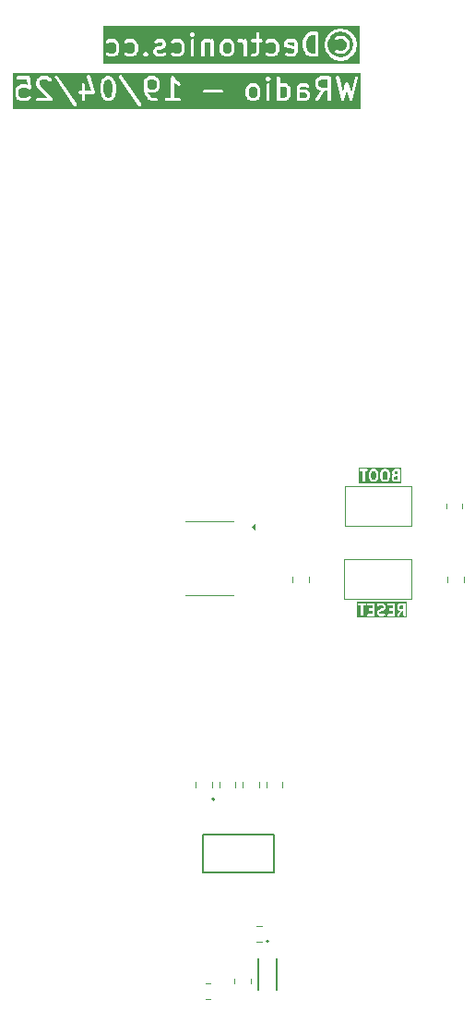
<source format=gbr>
%TF.GenerationSoftware,KiCad,Pcbnew,8.0.2*%
%TF.CreationDate,2025-04-19T12:26:07+02:00*%
%TF.ProjectId,WRadioLogo,57526164-696f-44c6-9f67-6f2e6b696361,rev?*%
%TF.SameCoordinates,Original*%
%TF.FileFunction,Legend,Bot*%
%TF.FilePolarity,Positive*%
%FSLAX46Y46*%
G04 Gerber Fmt 4.6, Leading zero omitted, Abs format (unit mm)*
G04 Created by KiCad (PCBNEW 8.0.2) date 2025-04-19 12:26:07*
%MOMM*%
%LPD*%
G01*
G04 APERTURE LIST*
%ADD10C,0.200000*%
%ADD11C,0.300000*%
%ADD12C,0.120000*%
%ADD13C,0.127000*%
G04 APERTURE END LIST*
D10*
G36*
X151677125Y-105844503D02*
G01*
X151545297Y-105845136D01*
X151540399Y-105844051D01*
X151533940Y-105845190D01*
X151421686Y-105845729D01*
X151361537Y-105816792D01*
X151335764Y-105792134D01*
X151304645Y-105732199D01*
X151303511Y-105636353D01*
X151332132Y-105576860D01*
X151356794Y-105551083D01*
X151416433Y-105520117D01*
X151676511Y-105518870D01*
X151677125Y-105844503D01*
G37*
G36*
X151987437Y-106631330D02*
G01*
X147376660Y-106631330D01*
X147376660Y-105400710D01*
X147487771Y-105400710D01*
X147487771Y-105439728D01*
X147502703Y-105475776D01*
X147530293Y-105503366D01*
X147566341Y-105518298D01*
X147585850Y-105520219D01*
X147771751Y-105519614D01*
X147773485Y-106439728D01*
X147788417Y-106475776D01*
X147816007Y-106503366D01*
X147852055Y-106518298D01*
X147891073Y-106518298D01*
X147927121Y-106503366D01*
X147954711Y-106475776D01*
X147969643Y-106439728D01*
X147971564Y-106420219D01*
X147969865Y-105518970D01*
X148176787Y-105518298D01*
X148212835Y-105503366D01*
X148240425Y-105475776D01*
X148255357Y-105439728D01*
X148255357Y-105400710D01*
X148344914Y-105400710D01*
X148344914Y-105439728D01*
X148359846Y-105475776D01*
X148387436Y-105503366D01*
X148423484Y-105518298D01*
X148442993Y-105520219D01*
X148819368Y-105518760D01*
X148819892Y-105796949D01*
X148566341Y-105798330D01*
X148530293Y-105813262D01*
X148502703Y-105840852D01*
X148487771Y-105876900D01*
X148487771Y-105915918D01*
X148502703Y-105951966D01*
X148530293Y-105979556D01*
X148566341Y-105994488D01*
X148585850Y-105996409D01*
X148820266Y-105995132D01*
X148820879Y-106320599D01*
X148423484Y-106322140D01*
X148387436Y-106337072D01*
X148359846Y-106364662D01*
X148344914Y-106400710D01*
X148344914Y-106439728D01*
X148359846Y-106475776D01*
X148387436Y-106503366D01*
X148423484Y-106518298D01*
X148442993Y-106520219D01*
X148938692Y-106518298D01*
X148974740Y-106503366D01*
X149002330Y-106475776D01*
X149017262Y-106439728D01*
X149019183Y-106420219D01*
X149018645Y-106134504D01*
X149247755Y-106134504D01*
X149249111Y-106215521D01*
X149248540Y-106217235D01*
X149249324Y-106228279D01*
X149249676Y-106249251D01*
X149251051Y-106252571D01*
X149251306Y-106256155D01*
X149258312Y-106274463D01*
X149307649Y-106369487D01*
X149312226Y-106380537D01*
X149315384Y-106384385D01*
X149316374Y-106386291D01*
X149318368Y-106388020D01*
X149324663Y-106395690D01*
X149374763Y-106443623D01*
X149381681Y-106451600D01*
X149385830Y-106454211D01*
X149387435Y-106455747D01*
X149389875Y-106456757D01*
X149398272Y-106462043D01*
X149481289Y-106501981D01*
X149482674Y-106503366D01*
X149493423Y-106507818D01*
X149511818Y-106516668D01*
X149515401Y-106516922D01*
X149518722Y-106518298D01*
X149538231Y-106520219D01*
X149775031Y-106518453D01*
X149788833Y-106519434D01*
X149793760Y-106518313D01*
X149795835Y-106518298D01*
X149798277Y-106517286D01*
X149807949Y-106515087D01*
X149968706Y-106459477D01*
X149998182Y-106433912D01*
X150015631Y-106399013D01*
X150018398Y-106360093D01*
X150006059Y-106323077D01*
X149980494Y-106293601D01*
X149945595Y-106276151D01*
X149906675Y-106273385D01*
X149887560Y-106277732D01*
X149764483Y-106320307D01*
X149564294Y-106321800D01*
X149504394Y-106292983D01*
X149478620Y-106268324D01*
X149447394Y-106208181D01*
X149446582Y-106159717D01*
X149474989Y-106100669D01*
X149499651Y-106074892D01*
X149567206Y-106039816D01*
X149745564Y-105993537D01*
X149755120Y-105992858D01*
X149769732Y-105987266D01*
X149771421Y-105986828D01*
X149772001Y-105986397D01*
X149773428Y-105985852D01*
X149868457Y-105936511D01*
X149879502Y-105931937D01*
X149883348Y-105928780D01*
X149885256Y-105927790D01*
X149886985Y-105925795D01*
X149894656Y-105919501D01*
X149942589Y-105869398D01*
X149950564Y-105862483D01*
X149953175Y-105858333D01*
X149954711Y-105856729D01*
X149955721Y-105854288D01*
X149961007Y-105845892D01*
X150000945Y-105762874D01*
X150002330Y-105761490D01*
X150006782Y-105750740D01*
X150015632Y-105732346D01*
X150015886Y-105728762D01*
X150017262Y-105725442D01*
X150019183Y-105705933D01*
X150017826Y-105624915D01*
X150018398Y-105623202D01*
X150017613Y-105612157D01*
X150017262Y-105591186D01*
X150015886Y-105587865D01*
X150015632Y-105584282D01*
X150008626Y-105565973D01*
X149959283Y-105470939D01*
X149954711Y-105459899D01*
X149951555Y-105456053D01*
X149950564Y-105454145D01*
X149948566Y-105452412D01*
X149942274Y-105444746D01*
X149896245Y-105400710D01*
X150202057Y-105400710D01*
X150202057Y-105439728D01*
X150216989Y-105475776D01*
X150244579Y-105503366D01*
X150280627Y-105518298D01*
X150300136Y-105520219D01*
X150676511Y-105518760D01*
X150677035Y-105796949D01*
X150423484Y-105798330D01*
X150387436Y-105813262D01*
X150359846Y-105840852D01*
X150344914Y-105876900D01*
X150344914Y-105915918D01*
X150359846Y-105951966D01*
X150387436Y-105979556D01*
X150423484Y-105994488D01*
X150442993Y-105996409D01*
X150677409Y-105995132D01*
X150678022Y-106320599D01*
X150280627Y-106322140D01*
X150244579Y-106337072D01*
X150216989Y-106364662D01*
X150202057Y-106400710D01*
X150202057Y-106439728D01*
X150216989Y-106475776D01*
X150244579Y-106503366D01*
X150280627Y-106518298D01*
X150300136Y-106520219D01*
X150795835Y-106518298D01*
X150831883Y-106503366D01*
X150859473Y-106475776D01*
X150874405Y-106439728D01*
X150876326Y-106420219D01*
X150874801Y-105610695D01*
X151104898Y-105610695D01*
X151106414Y-105738851D01*
X151105683Y-105741045D01*
X151106591Y-105753827D01*
X151106819Y-105773061D01*
X151108194Y-105776381D01*
X151108449Y-105779965D01*
X151115455Y-105798273D01*
X151164795Y-105893302D01*
X151169370Y-105904347D01*
X151172526Y-105908193D01*
X151173517Y-105910101D01*
X151175511Y-105911830D01*
X151181806Y-105919501D01*
X151231908Y-105967434D01*
X151238824Y-105975409D01*
X151242973Y-105978020D01*
X151244578Y-105979556D01*
X151247018Y-105980566D01*
X151255415Y-105985852D01*
X151338432Y-106025790D01*
X151339817Y-106027175D01*
X151350566Y-106031627D01*
X151354289Y-106033418D01*
X151113361Y-106379957D01*
X151104921Y-106418051D01*
X151111702Y-106456476D01*
X151132671Y-106489381D01*
X151164636Y-106511756D01*
X151202730Y-106520196D01*
X151241155Y-106513415D01*
X151274060Y-106492446D01*
X151286821Y-106477565D01*
X151588880Y-106043099D01*
X151677498Y-106042674D01*
X151678247Y-106439728D01*
X151693179Y-106475776D01*
X151720769Y-106503366D01*
X151756817Y-106518298D01*
X151795835Y-106518298D01*
X151831883Y-106503366D01*
X151859473Y-106475776D01*
X151874405Y-106439728D01*
X151876326Y-106420219D01*
X151874405Y-105400710D01*
X151859473Y-105364662D01*
X151831883Y-105337072D01*
X151795835Y-105322140D01*
X151776326Y-105320219D01*
X151410786Y-105321972D01*
X151407881Y-105321004D01*
X151393056Y-105322057D01*
X151375865Y-105322140D01*
X151372544Y-105323515D01*
X151368961Y-105323770D01*
X151350652Y-105330776D01*
X151255618Y-105380118D01*
X151244578Y-105384691D01*
X151240732Y-105387846D01*
X151238824Y-105388838D01*
X151237091Y-105390835D01*
X151229425Y-105397128D01*
X151181493Y-105447228D01*
X151173517Y-105454146D01*
X151170904Y-105458295D01*
X151169370Y-105459900D01*
X151168359Y-105462339D01*
X151163074Y-105470736D01*
X151123135Y-105553753D01*
X151121751Y-105555138D01*
X151117298Y-105565887D01*
X151108449Y-105584282D01*
X151108194Y-105587865D01*
X151106819Y-105591186D01*
X151104898Y-105610695D01*
X150874801Y-105610695D01*
X150874405Y-105400710D01*
X150859473Y-105364662D01*
X150831883Y-105337072D01*
X150795835Y-105322140D01*
X150776326Y-105320219D01*
X150280627Y-105322140D01*
X150244579Y-105337072D01*
X150216989Y-105364662D01*
X150202057Y-105400710D01*
X149896245Y-105400710D01*
X149892173Y-105396814D01*
X149885256Y-105388838D01*
X149881106Y-105386225D01*
X149879502Y-105384691D01*
X149877062Y-105383680D01*
X149868666Y-105378395D01*
X149785648Y-105338456D01*
X149784264Y-105337072D01*
X149773514Y-105332619D01*
X149755120Y-105323770D01*
X149751536Y-105323515D01*
X149748216Y-105322140D01*
X149728707Y-105320219D01*
X149491905Y-105321984D01*
X149478104Y-105321004D01*
X149473176Y-105322124D01*
X149471103Y-105322140D01*
X149468661Y-105323151D01*
X149458989Y-105325351D01*
X149298232Y-105380961D01*
X149268756Y-105406526D01*
X149251306Y-105441425D01*
X149248540Y-105480345D01*
X149260878Y-105517361D01*
X149286443Y-105546837D01*
X149321342Y-105564287D01*
X149360262Y-105567053D01*
X149379378Y-105562706D01*
X149502454Y-105520130D01*
X149702643Y-105518637D01*
X149762541Y-105547453D01*
X149788318Y-105572115D01*
X149819543Y-105632254D01*
X149820355Y-105680719D01*
X149791947Y-105739769D01*
X149767289Y-105765542D01*
X149699729Y-105800620D01*
X149521373Y-105846899D01*
X149511818Y-105847579D01*
X149497202Y-105853171D01*
X149495517Y-105853609D01*
X149494937Y-105854038D01*
X149493509Y-105854585D01*
X149398475Y-105903927D01*
X149387435Y-105908500D01*
X149383589Y-105911655D01*
X149381681Y-105912647D01*
X149379948Y-105914644D01*
X149372282Y-105920937D01*
X149324350Y-105971037D01*
X149316374Y-105977955D01*
X149313761Y-105982104D01*
X149312227Y-105983709D01*
X149311216Y-105986148D01*
X149305931Y-105994545D01*
X149265992Y-106077562D01*
X149264608Y-106078947D01*
X149260155Y-106089696D01*
X149251306Y-106108091D01*
X149251051Y-106111674D01*
X149249676Y-106114995D01*
X149247755Y-106134504D01*
X149018645Y-106134504D01*
X149017262Y-105400710D01*
X149002330Y-105364662D01*
X148974740Y-105337072D01*
X148938692Y-105322140D01*
X148919183Y-105320219D01*
X148423484Y-105322140D01*
X148387436Y-105337072D01*
X148359846Y-105364662D01*
X148344914Y-105400710D01*
X148255357Y-105400710D01*
X148240425Y-105364662D01*
X148212835Y-105337072D01*
X148176787Y-105322140D01*
X148157278Y-105320219D01*
X147566341Y-105322140D01*
X147530293Y-105337072D01*
X147502703Y-105364662D01*
X147487771Y-105400710D01*
X147376660Y-105400710D01*
X147376660Y-105209108D01*
X151987437Y-105209108D01*
X151987437Y-106631330D01*
G37*
D11*
G36*
X146331448Y-53059329D02*
G01*
X146756920Y-53311769D01*
X147011107Y-53730718D01*
X147098060Y-54153175D01*
X147016272Y-54574359D01*
X146763833Y-54999831D01*
X146344883Y-55254018D01*
X145922426Y-55340971D01*
X145501243Y-55259184D01*
X145075771Y-55006744D01*
X144821584Y-54587794D01*
X144734630Y-54165338D01*
X144816418Y-53744154D01*
X144920300Y-53569066D01*
X145386571Y-53569066D01*
X145390719Y-53627446D01*
X145416894Y-53679795D01*
X145461109Y-53718142D01*
X145516631Y-53736650D01*
X145575011Y-53732502D01*
X145602475Y-53721992D01*
X145757092Y-53642370D01*
X146067431Y-53640190D01*
X146204076Y-53706492D01*
X146361707Y-53861110D01*
X146433231Y-54000002D01*
X146435411Y-54310342D01*
X146369108Y-54446987D01*
X146214491Y-54604618D01*
X146075599Y-54676142D01*
X145765260Y-54678322D01*
X145575011Y-54586011D01*
X145516631Y-54581863D01*
X145461109Y-54600371D01*
X145416894Y-54638718D01*
X145390719Y-54691067D01*
X145386571Y-54749447D01*
X145405079Y-54804969D01*
X145443426Y-54849184D01*
X145468311Y-54864849D01*
X145640089Y-54948198D01*
X145642534Y-54950643D01*
X145660263Y-54957986D01*
X145686252Y-54970597D01*
X145691627Y-54970978D01*
X145696606Y-54973041D01*
X145725870Y-54975923D01*
X146084044Y-54973406D01*
X146088060Y-54974745D01*
X146109404Y-54973228D01*
X146136086Y-54973041D01*
X146141063Y-54970979D01*
X146146441Y-54970597D01*
X146173904Y-54960087D01*
X146363002Y-54862708D01*
X146380633Y-54855406D01*
X146386443Y-54850637D01*
X146389266Y-54849184D01*
X146391862Y-54846189D01*
X146403364Y-54836751D01*
X146591231Y-54645221D01*
X146606273Y-54632177D01*
X146610296Y-54625785D01*
X146612495Y-54623544D01*
X146614010Y-54619884D01*
X146621938Y-54607291D01*
X146705286Y-54435514D01*
X146707732Y-54433069D01*
X146715076Y-54415338D01*
X146727686Y-54389351D01*
X146728067Y-54383975D01*
X146730130Y-54378997D01*
X146733012Y-54349733D01*
X146730495Y-53991557D01*
X146731834Y-53987542D01*
X146730317Y-53966197D01*
X146730130Y-53939516D01*
X146728067Y-53934537D01*
X146727686Y-53929162D01*
X146717176Y-53901698D01*
X146619797Y-53712599D01*
X146612495Y-53694969D01*
X146607726Y-53689158D01*
X146606273Y-53686336D01*
X146603279Y-53683739D01*
X146593840Y-53672238D01*
X146402313Y-53484372D01*
X146389266Y-53469329D01*
X146382874Y-53465305D01*
X146380633Y-53463107D01*
X146376973Y-53461591D01*
X146364380Y-53453664D01*
X146192602Y-53370314D01*
X146190158Y-53367870D01*
X146172433Y-53360528D01*
X146146441Y-53347916D01*
X146141063Y-53347533D01*
X146136086Y-53345472D01*
X146106822Y-53342590D01*
X145748647Y-53345106D01*
X145744632Y-53343768D01*
X145723287Y-53345284D01*
X145696606Y-53345472D01*
X145691627Y-53347534D01*
X145686252Y-53347916D01*
X145658789Y-53358426D01*
X145443426Y-53469329D01*
X145405079Y-53513544D01*
X145386571Y-53569066D01*
X144920300Y-53569066D01*
X145068857Y-53318682D01*
X145487807Y-53064494D01*
X145910264Y-52977541D01*
X146331448Y-53059329D01*
G37*
G36*
X135728298Y-53992406D02*
G01*
X135790954Y-54052897D01*
X135861733Y-54190342D01*
X135864135Y-54690982D01*
X135797480Y-54828352D01*
X135736989Y-54891009D01*
X135599278Y-54961924D01*
X135384012Y-54963894D01*
X135247249Y-54897534D01*
X135184594Y-54837043D01*
X135113815Y-54699599D01*
X135111413Y-54198959D01*
X135178068Y-54061588D01*
X135238558Y-53998933D01*
X135376270Y-53928017D01*
X135591536Y-53926047D01*
X135728298Y-53992406D01*
G37*
G36*
X141613479Y-53982905D02*
G01*
X141671220Y-54095034D01*
X141671831Y-54262680D01*
X141017142Y-54133702D01*
X141016734Y-54102570D01*
X141073328Y-53985932D01*
X141185663Y-53928084D01*
X141496003Y-53925904D01*
X141613479Y-53982905D01*
G37*
G36*
X143578498Y-54962478D02*
G01*
X143281167Y-54964173D01*
X143047971Y-54888696D01*
X142899554Y-54743115D01*
X142822171Y-54592844D01*
X142732935Y-54245984D01*
X142730651Y-53996435D01*
X142814705Y-53650190D01*
X142892153Y-53490573D01*
X143040707Y-53339124D01*
X143266866Y-53261540D01*
X143576080Y-53259776D01*
X143578498Y-54962478D01*
G37*
G36*
X147621901Y-55864812D02*
G01*
X124116729Y-55864812D01*
X124116729Y-53854780D01*
X124338951Y-53854780D01*
X124343099Y-53913161D01*
X124369274Y-53965510D01*
X124413489Y-54003856D01*
X124469011Y-54022364D01*
X124527392Y-54018216D01*
X124554855Y-54007706D01*
X124709471Y-53928084D01*
X125019811Y-53925904D01*
X125156868Y-53992406D01*
X125219524Y-54052897D01*
X125290303Y-54190342D01*
X125292705Y-54690982D01*
X125226050Y-54828352D01*
X125165559Y-54891009D01*
X125027979Y-54961857D01*
X124717639Y-54964037D01*
X124527392Y-54871726D01*
X124469011Y-54867578D01*
X124413489Y-54886086D01*
X124369274Y-54924432D01*
X124343099Y-54976781D01*
X124338951Y-55035162D01*
X124357459Y-55090684D01*
X124395805Y-55134899D01*
X124420691Y-55150564D01*
X124592467Y-55233912D01*
X124594913Y-55236358D01*
X124612643Y-55243702D01*
X124638631Y-55256312D01*
X124644006Y-55256693D01*
X124648985Y-55258756D01*
X124678249Y-55261638D01*
X125036424Y-55259121D01*
X125040440Y-55260460D01*
X125061784Y-55258943D01*
X125088466Y-55258756D01*
X125093443Y-55256694D01*
X125098821Y-55256312D01*
X125126284Y-55245802D01*
X125315385Y-55148422D01*
X125333014Y-55141120D01*
X125338822Y-55136352D01*
X125341646Y-55134899D01*
X125344243Y-55131904D01*
X125355745Y-55122465D01*
X125450431Y-55024389D01*
X125463415Y-55013129D01*
X125467373Y-55006840D01*
X125469638Y-55004495D01*
X125471154Y-55000833D01*
X125479080Y-54988243D01*
X125562428Y-54816466D01*
X125564874Y-54814021D01*
X125572218Y-54796290D01*
X125584828Y-54770303D01*
X125585209Y-54764927D01*
X125587272Y-54759949D01*
X125590154Y-54730685D01*
X125587523Y-54182377D01*
X125588976Y-54178019D01*
X125587395Y-54155777D01*
X125587272Y-54129993D01*
X125585209Y-54125014D01*
X125584828Y-54119639D01*
X125574318Y-54092176D01*
X125476942Y-53903081D01*
X125469637Y-53885445D01*
X125464867Y-53879633D01*
X125463415Y-53876813D01*
X125460423Y-53874218D01*
X125450982Y-53862714D01*
X125442764Y-53854780D01*
X126053237Y-53854780D01*
X126057385Y-53913161D01*
X126083560Y-53965510D01*
X126127775Y-54003856D01*
X126183297Y-54022364D01*
X126241678Y-54018216D01*
X126269141Y-54007706D01*
X126423757Y-53928084D01*
X126734097Y-53925904D01*
X126871154Y-53992406D01*
X126933810Y-54052897D01*
X127004589Y-54190342D01*
X127006991Y-54690982D01*
X126940336Y-54828352D01*
X126879845Y-54891009D01*
X126742265Y-54961857D01*
X126431925Y-54964037D01*
X126241678Y-54871726D01*
X126183297Y-54867578D01*
X126127775Y-54886086D01*
X126083560Y-54924432D01*
X126057385Y-54976781D01*
X126053237Y-55035162D01*
X126071745Y-55090684D01*
X126110091Y-55134899D01*
X126134977Y-55150564D01*
X126306753Y-55233912D01*
X126309199Y-55236358D01*
X126326929Y-55243702D01*
X126352917Y-55256312D01*
X126358292Y-55256693D01*
X126363271Y-55258756D01*
X126392535Y-55261638D01*
X126750710Y-55259121D01*
X126754726Y-55260460D01*
X126776070Y-55258943D01*
X126802752Y-55258756D01*
X126807729Y-55256694D01*
X126813107Y-55256312D01*
X126840570Y-55245802D01*
X127029671Y-55148422D01*
X127047300Y-55141120D01*
X127053108Y-55136352D01*
X127055932Y-55134899D01*
X127058529Y-55131904D01*
X127070031Y-55122465D01*
X127164717Y-55024389D01*
X127177701Y-55013129D01*
X127181659Y-55006840D01*
X127183924Y-55004495D01*
X127185440Y-55000833D01*
X127193366Y-54988243D01*
X127193902Y-54987138D01*
X127769227Y-54987138D01*
X127769227Y-55045664D01*
X127773517Y-55056020D01*
X127791624Y-55099735D01*
X127810279Y-55122466D01*
X127928247Y-55236358D01*
X127928248Y-55236359D01*
X127951046Y-55245802D01*
X127982319Y-55258756D01*
X127982320Y-55258756D01*
X128040846Y-55258756D01*
X128040847Y-55258756D01*
X128072120Y-55245802D01*
X128094918Y-55236359D01*
X128117649Y-55217704D01*
X128231514Y-55099763D01*
X128231542Y-55099736D01*
X128253939Y-55045664D01*
X128253939Y-54987138D01*
X128249936Y-54977474D01*
X128244571Y-54964520D01*
X128231543Y-54933066D01*
X128212888Y-54910335D01*
X128094947Y-54796468D01*
X128094918Y-54796439D01*
X128059400Y-54781728D01*
X128040847Y-54774043D01*
X127982319Y-54774043D01*
X127966482Y-54780603D01*
X127928247Y-54796440D01*
X127905517Y-54815095D01*
X127791624Y-54933065D01*
X127773230Y-54977474D01*
X127769227Y-54987138D01*
X127193902Y-54987138D01*
X127276714Y-54816466D01*
X127279160Y-54814021D01*
X127286504Y-54796290D01*
X127299114Y-54770303D01*
X127299495Y-54764927D01*
X127301558Y-54759949D01*
X127304440Y-54730685D01*
X128718726Y-54730685D01*
X128720457Y-54805499D01*
X128719904Y-54807161D01*
X128720782Y-54819525D01*
X128721608Y-54855187D01*
X128723670Y-54860165D01*
X128724052Y-54865541D01*
X128734562Y-54893005D01*
X128828678Y-55075770D01*
X128833650Y-55090684D01*
X128840317Y-55098371D01*
X128845465Y-55108368D01*
X128859677Y-55120694D01*
X128871997Y-55134899D01*
X128886800Y-55144217D01*
X128889680Y-55146715D01*
X128891991Y-55147485D01*
X128896882Y-55150564D01*
X129068660Y-55233913D01*
X129071105Y-55236358D01*
X129088834Y-55243701D01*
X129114823Y-55256312D01*
X129120198Y-55256693D01*
X129125177Y-55258756D01*
X129154441Y-55261638D01*
X129512615Y-55259121D01*
X129516631Y-55260460D01*
X129537975Y-55258943D01*
X129564657Y-55258756D01*
X129569634Y-55256694D01*
X129575012Y-55256312D01*
X129602475Y-55245802D01*
X129817837Y-55134899D01*
X129856184Y-55090684D01*
X129874691Y-55035161D01*
X129870543Y-54976781D01*
X129844368Y-54924432D01*
X129800153Y-54886085D01*
X129744631Y-54867578D01*
X129686251Y-54871726D01*
X129658787Y-54882236D01*
X129504170Y-54961857D01*
X129193831Y-54964037D01*
X129076354Y-54907035D01*
X129017979Y-54793678D01*
X129017382Y-54767898D01*
X129073327Y-54652599D01*
X129185794Y-54594684D01*
X129417700Y-54592562D01*
X129421393Y-54593793D01*
X129441822Y-54592341D01*
X129469419Y-54592089D01*
X129474396Y-54590027D01*
X129479774Y-54589645D01*
X129507237Y-54579135D01*
X129690001Y-54485018D01*
X129704915Y-54480047D01*
X129712602Y-54473379D01*
X129722599Y-54468232D01*
X129734922Y-54454022D01*
X129749130Y-54441701D01*
X129758449Y-54426895D01*
X129760946Y-54424017D01*
X129761716Y-54421705D01*
X129764795Y-54416815D01*
X129848143Y-54245038D01*
X129850589Y-54242593D01*
X129857933Y-54224862D01*
X129870543Y-54198875D01*
X129870924Y-54193499D01*
X129872987Y-54188521D01*
X129875869Y-54159257D01*
X129874137Y-54084442D01*
X129874691Y-54082781D01*
X129873812Y-54070416D01*
X129872987Y-54034755D01*
X129870924Y-54029776D01*
X129870543Y-54024401D01*
X129860033Y-53996938D01*
X129786828Y-53854780D01*
X130338952Y-53854780D01*
X130343100Y-53913161D01*
X130369275Y-53965510D01*
X130413490Y-54003856D01*
X130469012Y-54022364D01*
X130527393Y-54018216D01*
X130554856Y-54007706D01*
X130709472Y-53928084D01*
X131019812Y-53925904D01*
X131156869Y-53992406D01*
X131219525Y-54052897D01*
X131290304Y-54190342D01*
X131292706Y-54690982D01*
X131226051Y-54828352D01*
X131165560Y-54891009D01*
X131027980Y-54961857D01*
X130717640Y-54964037D01*
X130527393Y-54871726D01*
X130469012Y-54867578D01*
X130413490Y-54886086D01*
X130369275Y-54924432D01*
X130343100Y-54976781D01*
X130338952Y-55035162D01*
X130357460Y-55090684D01*
X130395806Y-55134899D01*
X130420692Y-55150564D01*
X130592468Y-55233912D01*
X130594914Y-55236358D01*
X130612644Y-55243702D01*
X130638632Y-55256312D01*
X130644007Y-55256693D01*
X130648986Y-55258756D01*
X130678250Y-55261638D01*
X131036425Y-55259121D01*
X131040441Y-55260460D01*
X131061785Y-55258943D01*
X131088467Y-55258756D01*
X131093444Y-55256694D01*
X131098822Y-55256312D01*
X131126285Y-55245802D01*
X131315386Y-55148422D01*
X131333015Y-55141120D01*
X131338823Y-55136352D01*
X131341647Y-55134899D01*
X131344244Y-55131904D01*
X131355746Y-55122465D01*
X131450432Y-55024389D01*
X131463416Y-55013129D01*
X131467374Y-55006840D01*
X131469639Y-55004495D01*
X131471155Y-55000833D01*
X131479081Y-54988243D01*
X131562429Y-54816466D01*
X131564875Y-54814021D01*
X131572219Y-54796290D01*
X131584829Y-54770303D01*
X131585210Y-54764927D01*
X131587273Y-54759949D01*
X131590155Y-54730685D01*
X131587524Y-54182377D01*
X131588977Y-54178019D01*
X131587396Y-54155777D01*
X131587273Y-54129993D01*
X131585210Y-54125014D01*
X131584829Y-54119639D01*
X131574319Y-54092176D01*
X131476943Y-53903081D01*
X131469638Y-53885445D01*
X131464868Y-53879633D01*
X131463416Y-53876813D01*
X131460424Y-53874218D01*
X131450983Y-53862714D01*
X131363553Y-53778304D01*
X132147298Y-53778304D01*
X132150180Y-55140902D01*
X132172578Y-55194974D01*
X132213962Y-55236358D01*
X132268034Y-55258756D01*
X132326562Y-55258756D01*
X132380634Y-55236358D01*
X132422018Y-55194974D01*
X132444416Y-55140902D01*
X132447298Y-55111638D01*
X132445082Y-54064019D01*
X133099679Y-54064019D01*
X133102561Y-55140902D01*
X133124959Y-55194974D01*
X133166343Y-55236358D01*
X133220415Y-55258756D01*
X133278943Y-55258756D01*
X133333015Y-55236358D01*
X133374399Y-55194974D01*
X133396797Y-55140902D01*
X133399679Y-55111638D01*
X133396982Y-54104021D01*
X133454280Y-53985932D01*
X133566746Y-53928017D01*
X133782012Y-53926047D01*
X133918774Y-53992406D01*
X133957353Y-54029652D01*
X133959704Y-55140902D01*
X133982102Y-55194974D01*
X134023486Y-55236358D01*
X134077558Y-55258756D01*
X134136086Y-55258756D01*
X134190158Y-55236358D01*
X134231542Y-55194974D01*
X134253940Y-55140902D01*
X134256822Y-55111638D01*
X134254808Y-54159257D01*
X134813965Y-54159257D01*
X134816595Y-54707565D01*
X134815143Y-54711923D01*
X134816723Y-54734164D01*
X134816847Y-54759949D01*
X134818908Y-54764926D01*
X134819291Y-54770304D01*
X134829801Y-54797767D01*
X134927180Y-54986866D01*
X134934482Y-55004496D01*
X134939250Y-55010306D01*
X134940704Y-55013129D01*
X134943697Y-55015725D01*
X134953136Y-55027226D01*
X135051214Y-55121917D01*
X135062473Y-55134899D01*
X135068758Y-55138855D01*
X135071105Y-55141121D01*
X135074767Y-55142637D01*
X135087359Y-55150564D01*
X135259135Y-55233912D01*
X135261581Y-55236358D01*
X135279311Y-55243702D01*
X135305299Y-55256312D01*
X135310674Y-55256693D01*
X135315653Y-55258756D01*
X135344917Y-55261638D01*
X135608177Y-55259229D01*
X135611870Y-55260460D01*
X135632299Y-55259008D01*
X135659896Y-55258756D01*
X135664873Y-55256694D01*
X135670251Y-55256312D01*
X135697714Y-55245802D01*
X135886815Y-55148422D01*
X135904444Y-55141120D01*
X135910252Y-55136352D01*
X135913076Y-55134899D01*
X135915673Y-55131904D01*
X135927175Y-55122465D01*
X136021861Y-55024389D01*
X136034845Y-55013129D01*
X136038803Y-55006840D01*
X136041068Y-55004495D01*
X136042584Y-55000833D01*
X136050510Y-54988243D01*
X136133858Y-54816466D01*
X136136304Y-54814021D01*
X136143648Y-54796290D01*
X136156258Y-54770303D01*
X136156639Y-54764927D01*
X136158702Y-54759949D01*
X136161584Y-54730685D01*
X136158953Y-54182377D01*
X136160406Y-54178019D01*
X136158825Y-54155777D01*
X136158702Y-54129993D01*
X136156639Y-54125014D01*
X136156258Y-54119639D01*
X136145748Y-54092176D01*
X136048372Y-53903081D01*
X136041067Y-53885445D01*
X136036297Y-53879633D01*
X136034845Y-53876813D01*
X136031853Y-53874218D01*
X136022412Y-53862714D01*
X135924339Y-53768029D01*
X135913076Y-53755043D01*
X135906787Y-53751084D01*
X135904670Y-53749040D01*
X136435894Y-53749040D01*
X136435894Y-53807568D01*
X136458292Y-53861640D01*
X136499676Y-53903024D01*
X136553748Y-53925422D01*
X136583012Y-53928304D01*
X136734937Y-53926311D01*
X136871155Y-53992406D01*
X136933811Y-54052897D01*
X137005315Y-54191751D01*
X137007323Y-55140902D01*
X137029721Y-55194974D01*
X137071105Y-55236358D01*
X137125177Y-55258756D01*
X137183705Y-55258756D01*
X137237777Y-55236358D01*
X137279161Y-55194974D01*
X137301559Y-55140902D01*
X137304441Y-55111638D01*
X137302471Y-54180394D01*
X137303263Y-54178019D01*
X137302441Y-54166462D01*
X137301559Y-53749040D01*
X137673990Y-53749040D01*
X137673990Y-53807568D01*
X137696388Y-53861640D01*
X137737772Y-53903024D01*
X137791844Y-53925422D01*
X137821108Y-53928304D01*
X138148645Y-53927110D01*
X138150065Y-54785774D01*
X138092696Y-54904009D01*
X137979982Y-54962052D01*
X137791844Y-54964520D01*
X137737772Y-54986918D01*
X137696388Y-55028302D01*
X137673990Y-55082374D01*
X137673990Y-55140902D01*
X137696388Y-55194974D01*
X137737772Y-55236358D01*
X137791844Y-55258756D01*
X137821108Y-55261638D01*
X137989721Y-55259426D01*
X137992822Y-55260460D01*
X138011361Y-55259142D01*
X138040848Y-55258756D01*
X138045825Y-55256694D01*
X138051203Y-55256312D01*
X138078666Y-55245802D01*
X138261430Y-55151685D01*
X138276344Y-55146714D01*
X138284031Y-55140046D01*
X138294028Y-55134899D01*
X138306354Y-55120686D01*
X138320559Y-55108367D01*
X138329877Y-55093563D01*
X138332375Y-55090684D01*
X138333145Y-55088372D01*
X138336224Y-55083482D01*
X138419573Y-54911703D01*
X138422018Y-54909259D01*
X138429361Y-54891529D01*
X138441972Y-54865541D01*
X138442353Y-54860165D01*
X138444416Y-54855187D01*
X138447298Y-54825923D01*
X138445810Y-53926028D01*
X138612276Y-53925422D01*
X138666348Y-53903024D01*
X138707732Y-53861640D01*
X138710574Y-53854780D01*
X139005619Y-53854780D01*
X139009767Y-53913161D01*
X139035942Y-53965510D01*
X139080157Y-54003856D01*
X139135679Y-54022364D01*
X139194060Y-54018216D01*
X139221523Y-54007706D01*
X139376139Y-53928084D01*
X139686479Y-53925904D01*
X139823536Y-53992406D01*
X139886192Y-54052897D01*
X139956971Y-54190342D01*
X139959373Y-54690982D01*
X139892718Y-54828352D01*
X139832227Y-54891009D01*
X139694647Y-54961857D01*
X139384307Y-54964037D01*
X139194060Y-54871726D01*
X139135679Y-54867578D01*
X139080157Y-54886086D01*
X139035942Y-54924432D01*
X139009767Y-54976781D01*
X139005619Y-55035162D01*
X139024127Y-55090684D01*
X139062473Y-55134899D01*
X139087359Y-55150564D01*
X139259135Y-55233912D01*
X139261581Y-55236358D01*
X139279311Y-55243702D01*
X139305299Y-55256312D01*
X139310674Y-55256693D01*
X139315653Y-55258756D01*
X139344917Y-55261638D01*
X139703092Y-55259121D01*
X139707108Y-55260460D01*
X139728452Y-55258943D01*
X139755134Y-55258756D01*
X139760111Y-55256694D01*
X139765489Y-55256312D01*
X139792952Y-55245802D01*
X139982053Y-55148422D01*
X139999682Y-55141120D01*
X140005490Y-55136352D01*
X140008314Y-55134899D01*
X140010911Y-55131904D01*
X140022413Y-55122465D01*
X140117099Y-55024389D01*
X140130083Y-55013129D01*
X140134041Y-55006840D01*
X140136306Y-55004495D01*
X140137822Y-55000833D01*
X140145748Y-54988243D01*
X140229096Y-54816466D01*
X140231542Y-54814021D01*
X140238886Y-54796290D01*
X140251496Y-54770303D01*
X140251877Y-54764927D01*
X140253940Y-54759949D01*
X140256822Y-54730685D01*
X140254191Y-54182377D01*
X140255644Y-54178019D01*
X140254063Y-54155777D01*
X140253940Y-54129993D01*
X140251877Y-54125014D01*
X140251496Y-54119639D01*
X140240986Y-54092176D01*
X140226486Y-54064019D01*
X140718727Y-54064019D01*
X140721069Y-54242625D01*
X140718727Y-54254339D01*
X140721400Y-54267852D01*
X140721609Y-54283759D01*
X140727232Y-54297335D01*
X140730085Y-54311753D01*
X140738323Y-54324111D01*
X140744007Y-54337831D01*
X140754397Y-54348221D01*
X140762550Y-54360450D01*
X140774890Y-54368714D01*
X140785391Y-54379215D01*
X140798966Y-54384838D01*
X140811179Y-54393017D01*
X140839310Y-54401582D01*
X140839459Y-54401611D01*
X140839463Y-54401613D01*
X140839467Y-54401613D01*
X141672935Y-54565810D01*
X141673738Y-54786057D01*
X141616506Y-54904009D01*
X141504171Y-54961857D01*
X141193831Y-54964037D01*
X141003584Y-54871726D01*
X140945203Y-54867578D01*
X140889681Y-54886086D01*
X140845466Y-54924432D01*
X140819291Y-54976781D01*
X140815143Y-55035162D01*
X140833651Y-55090684D01*
X140871997Y-55134899D01*
X140896883Y-55150564D01*
X141068659Y-55233912D01*
X141071105Y-55236358D01*
X141088835Y-55243702D01*
X141114823Y-55256312D01*
X141120198Y-55256693D01*
X141125177Y-55258756D01*
X141154441Y-55261638D01*
X141512616Y-55259121D01*
X141516632Y-55260460D01*
X141537976Y-55258943D01*
X141564658Y-55258756D01*
X141569635Y-55256694D01*
X141575013Y-55256312D01*
X141602476Y-55245802D01*
X141785240Y-55151685D01*
X141800154Y-55146714D01*
X141807841Y-55140046D01*
X141817838Y-55134899D01*
X141830164Y-55120686D01*
X141844369Y-55108367D01*
X141853687Y-55093563D01*
X141856185Y-55090684D01*
X141856955Y-55088372D01*
X141860034Y-55083482D01*
X141943383Y-54911703D01*
X141945828Y-54909259D01*
X141953171Y-54891529D01*
X141965782Y-54865541D01*
X141966163Y-54860165D01*
X141968226Y-54855187D01*
X141971108Y-54825923D01*
X141969745Y-54451939D01*
X141971108Y-54445128D01*
X141969694Y-54437984D01*
X141968417Y-54087318D01*
X141969930Y-54082781D01*
X141968318Y-54060097D01*
X141968226Y-54034755D01*
X141966163Y-54029776D01*
X141965782Y-54024401D01*
X141955272Y-53996938D01*
X141940772Y-53968780D01*
X142433013Y-53968780D01*
X142435548Y-54245934D01*
X142433190Y-54261786D01*
X142435859Y-54279833D01*
X142435895Y-54283759D01*
X142436742Y-54285803D01*
X142437492Y-54290875D01*
X142532525Y-54660270D01*
X142533577Y-54675066D01*
X142541983Y-54697032D01*
X142542623Y-54699518D01*
X142543267Y-54700388D01*
X142544087Y-54702529D01*
X142641465Y-54891627D01*
X142648768Y-54909258D01*
X142653536Y-54915068D01*
X142654990Y-54917891D01*
X142657984Y-54920487D01*
X142667423Y-54931989D01*
X142843760Y-55104956D01*
X142845466Y-55108367D01*
X142860767Y-55121637D01*
X142880629Y-55141120D01*
X142885608Y-55143182D01*
X142889680Y-55146714D01*
X142916531Y-55158703D01*
X143201700Y-55251003D01*
X143220416Y-55258756D01*
X143227942Y-55259497D01*
X143230920Y-55260461D01*
X143234874Y-55260179D01*
X143249680Y-55261638D01*
X143755134Y-55258756D01*
X143809206Y-55236358D01*
X143850590Y-55194974D01*
X143872988Y-55140902D01*
X143872988Y-55140901D01*
X143875870Y-55111638D01*
X143874517Y-54159100D01*
X144433012Y-54159100D01*
X144433043Y-54159257D01*
X144433012Y-54159414D01*
X144435925Y-54188675D01*
X144533764Y-54664016D01*
X144537042Y-54686045D01*
X144539264Y-54690737D01*
X144539729Y-54692996D01*
X144541793Y-54696078D01*
X144549627Y-54712621D01*
X144826756Y-55169385D01*
X144828337Y-55175708D01*
X144840787Y-55192511D01*
X144852868Y-55212423D01*
X144858792Y-55216812D01*
X144863180Y-55222734D01*
X144886791Y-55240262D01*
X145363800Y-55523279D01*
X145382607Y-55535874D01*
X145387580Y-55537388D01*
X145389557Y-55538561D01*
X145393224Y-55539106D01*
X145410738Y-55544439D01*
X145916189Y-55642590D01*
X145916345Y-55642558D01*
X145916503Y-55642590D01*
X145945763Y-55639677D01*
X146421100Y-55541839D01*
X146443134Y-55538561D01*
X146447827Y-55536338D01*
X146450084Y-55535874D01*
X146453163Y-55533811D01*
X146469710Y-55525976D01*
X146926474Y-55248846D01*
X146932798Y-55247266D01*
X146949606Y-55234812D01*
X146969512Y-55222735D01*
X146973900Y-55216811D01*
X146979824Y-55212423D01*
X146997351Y-55188812D01*
X147280371Y-54711795D01*
X147292963Y-54692995D01*
X147294477Y-54688021D01*
X147295650Y-54686045D01*
X147296195Y-54682377D01*
X147301528Y-54664864D01*
X147399679Y-54159414D01*
X147399647Y-54159257D01*
X147399679Y-54159100D01*
X147396766Y-54129839D01*
X147298927Y-53654494D01*
X147295650Y-53632468D01*
X147293427Y-53627774D01*
X147292963Y-53625518D01*
X147290900Y-53622438D01*
X147283065Y-53605891D01*
X147005936Y-53149130D01*
X147004355Y-53142806D01*
X146991897Y-53125992D01*
X146979823Y-53106091D01*
X146973902Y-53101704D01*
X146969513Y-53095780D01*
X146945902Y-53078252D01*
X146468889Y-52795233D01*
X146450084Y-52782639D01*
X146445110Y-52781124D01*
X146443134Y-52779952D01*
X146439466Y-52779406D01*
X146421953Y-52774074D01*
X145916503Y-52675923D01*
X145916345Y-52675954D01*
X145916189Y-52675923D01*
X145886928Y-52678836D01*
X145411590Y-52776673D01*
X145389557Y-52779952D01*
X145384863Y-52782174D01*
X145382607Y-52782639D01*
X145379527Y-52784701D01*
X145362981Y-52792537D01*
X144906219Y-53069666D01*
X144899894Y-53071248D01*
X144883079Y-53083706D01*
X144863180Y-53095780D01*
X144858792Y-53101701D01*
X144852868Y-53106091D01*
X144835341Y-53129702D01*
X144552325Y-53606708D01*
X144539729Y-53625517D01*
X144538214Y-53630492D01*
X144537042Y-53632468D01*
X144536496Y-53636133D01*
X144531164Y-53653648D01*
X144433012Y-54159100D01*
X143874517Y-54159100D01*
X143872988Y-53082374D01*
X143850590Y-53028302D01*
X143809206Y-52986918D01*
X143755134Y-52964520D01*
X143725870Y-52961638D01*
X143252344Y-52964337D01*
X143230920Y-52962815D01*
X143223498Y-52964502D01*
X143220416Y-52964520D01*
X143216758Y-52966035D01*
X143202246Y-52969335D01*
X142938664Y-53059758D01*
X142934702Y-53059758D01*
X142915601Y-53067669D01*
X142889680Y-53076562D01*
X142885609Y-53080092D01*
X142880630Y-53082155D01*
X142857899Y-53100810D01*
X142670033Y-53292336D01*
X142654990Y-53305384D01*
X142650966Y-53311775D01*
X142648768Y-53314017D01*
X142647252Y-53317676D01*
X142639325Y-53330270D01*
X142550789Y-53512735D01*
X142542623Y-53523757D01*
X142534753Y-53545784D01*
X142533577Y-53548209D01*
X142533500Y-53549292D01*
X142532730Y-53551448D01*
X142442246Y-53924183D01*
X142435895Y-53939516D01*
X142434100Y-53957738D01*
X142433190Y-53961489D01*
X142433515Y-53963676D01*
X142433013Y-53968780D01*
X141940772Y-53968780D01*
X141861158Y-53814177D01*
X141856185Y-53799258D01*
X141849514Y-53791566D01*
X141844369Y-53781575D01*
X141830164Y-53769255D01*
X141817838Y-53755043D01*
X141803027Y-53745720D01*
X141800154Y-53743228D01*
X141797846Y-53742458D01*
X141792952Y-53739378D01*
X141621174Y-53656028D01*
X141618730Y-53653584D01*
X141601005Y-53646242D01*
X141575013Y-53633630D01*
X141569635Y-53633247D01*
X141564658Y-53631186D01*
X141535394Y-53628304D01*
X141177218Y-53630820D01*
X141173203Y-53629482D01*
X141151858Y-53630998D01*
X141125177Y-53631186D01*
X141120198Y-53633248D01*
X141114823Y-53633630D01*
X141087359Y-53644140D01*
X140904598Y-53738254D01*
X140889681Y-53743227D01*
X140881990Y-53749896D01*
X140871997Y-53755043D01*
X140859675Y-53769250D01*
X140845466Y-53781574D01*
X140836143Y-53796383D01*
X140833651Y-53799258D01*
X140832881Y-53801565D01*
X140829801Y-53806460D01*
X140746451Y-53978238D01*
X140744007Y-53980683D01*
X140736663Y-53998412D01*
X140724053Y-54024401D01*
X140723671Y-54029776D01*
X140721609Y-54034755D01*
X140718727Y-54064019D01*
X140226486Y-54064019D01*
X140143610Y-53903081D01*
X140136305Y-53885445D01*
X140131535Y-53879633D01*
X140130083Y-53876813D01*
X140127091Y-53874218D01*
X140117650Y-53862714D01*
X140019577Y-53768029D01*
X140008314Y-53755043D01*
X140002025Y-53751084D01*
X139999681Y-53748821D01*
X139996021Y-53747305D01*
X139983428Y-53739378D01*
X139811650Y-53656028D01*
X139809206Y-53653584D01*
X139791481Y-53646242D01*
X139765489Y-53633630D01*
X139760111Y-53633247D01*
X139755134Y-53631186D01*
X139725870Y-53628304D01*
X139367694Y-53630820D01*
X139363679Y-53629482D01*
X139342334Y-53630998D01*
X139315653Y-53631186D01*
X139310674Y-53633248D01*
X139305299Y-53633630D01*
X139277835Y-53644140D01*
X139062473Y-53755043D01*
X139024127Y-53799258D01*
X139005619Y-53854780D01*
X138710574Y-53854780D01*
X138730130Y-53807568D01*
X138730130Y-53749040D01*
X138707732Y-53694968D01*
X138666348Y-53653584D01*
X138612276Y-53631186D01*
X138583012Y-53628304D01*
X138445319Y-53628805D01*
X138444416Y-53082374D01*
X138422018Y-53028302D01*
X138380634Y-52986918D01*
X138326562Y-52964520D01*
X138268034Y-52964520D01*
X138213962Y-52986918D01*
X138172578Y-53028302D01*
X138150180Y-53082374D01*
X138147298Y-53111638D01*
X138148154Y-53629888D01*
X137791844Y-53631186D01*
X137737772Y-53653584D01*
X137696388Y-53694968D01*
X137673990Y-53749040D01*
X137301559Y-53749040D01*
X137279161Y-53694968D01*
X137237777Y-53653584D01*
X137183705Y-53631186D01*
X137125177Y-53631186D01*
X137071105Y-53653584D01*
X137029721Y-53694968D01*
X137014625Y-53731410D01*
X136859269Y-53656028D01*
X136856825Y-53653584D01*
X136839100Y-53646242D01*
X136813108Y-53633630D01*
X136807730Y-53633247D01*
X136802753Y-53631186D01*
X136773489Y-53628304D01*
X136553748Y-53631186D01*
X136499676Y-53653584D01*
X136458292Y-53694968D01*
X136435894Y-53749040D01*
X135904670Y-53749040D01*
X135904443Y-53748821D01*
X135900783Y-53747305D01*
X135888190Y-53739378D01*
X135716412Y-53656028D01*
X135713968Y-53653584D01*
X135696243Y-53646242D01*
X135670251Y-53633630D01*
X135664873Y-53633247D01*
X135659896Y-53631186D01*
X135630632Y-53628304D01*
X135367371Y-53630712D01*
X135363679Y-53629482D01*
X135343250Y-53630933D01*
X135315653Y-53631186D01*
X135310674Y-53633248D01*
X135305299Y-53633630D01*
X135277835Y-53644140D01*
X135088736Y-53741518D01*
X135071106Y-53748821D01*
X135065295Y-53753589D01*
X135062473Y-53755043D01*
X135059876Y-53758036D01*
X135048375Y-53767476D01*
X134953690Y-53865548D01*
X134940704Y-53876812D01*
X134936745Y-53883100D01*
X134934482Y-53885445D01*
X134932966Y-53889104D01*
X134925039Y-53901698D01*
X134841689Y-54073476D01*
X134839245Y-54075921D01*
X134831901Y-54093650D01*
X134819291Y-54119639D01*
X134818909Y-54125014D01*
X134816847Y-54129993D01*
X134813965Y-54159257D01*
X134254808Y-54159257D01*
X134253940Y-53749040D01*
X134231542Y-53694968D01*
X134190158Y-53653584D01*
X134136086Y-53631186D01*
X134077558Y-53631186D01*
X134023486Y-53653584D01*
X133983747Y-53693322D01*
X133906888Y-53656028D01*
X133904444Y-53653584D01*
X133886719Y-53646242D01*
X133860727Y-53633630D01*
X133855349Y-53633247D01*
X133850372Y-53631186D01*
X133821108Y-53628304D01*
X133557847Y-53630712D01*
X133554155Y-53629482D01*
X133533726Y-53630933D01*
X133506129Y-53631186D01*
X133501150Y-53633248D01*
X133495775Y-53633630D01*
X133468311Y-53644140D01*
X133285550Y-53738254D01*
X133270633Y-53743227D01*
X133262942Y-53749896D01*
X133252949Y-53755043D01*
X133240627Y-53769250D01*
X133226418Y-53781574D01*
X133217095Y-53796383D01*
X133214603Y-53799258D01*
X133213833Y-53801565D01*
X133210753Y-53806460D01*
X133127403Y-53978238D01*
X133124959Y-53980683D01*
X133117615Y-53998412D01*
X133105005Y-54024401D01*
X133104623Y-54029776D01*
X133102561Y-54034755D01*
X133099679Y-54064019D01*
X132445082Y-54064019D01*
X132444416Y-53749040D01*
X132422018Y-53694968D01*
X132380634Y-53653584D01*
X132326562Y-53631186D01*
X132268034Y-53631186D01*
X132213962Y-53653584D01*
X132172578Y-53694968D01*
X132150180Y-53749040D01*
X132147298Y-53778304D01*
X131363553Y-53778304D01*
X131352910Y-53768029D01*
X131341647Y-53755043D01*
X131335358Y-53751084D01*
X131333014Y-53748821D01*
X131329354Y-53747305D01*
X131316761Y-53739378D01*
X131144983Y-53656028D01*
X131142539Y-53653584D01*
X131124814Y-53646242D01*
X131098822Y-53633630D01*
X131093444Y-53633247D01*
X131088467Y-53631186D01*
X131059203Y-53628304D01*
X130701027Y-53630820D01*
X130697012Y-53629482D01*
X130675667Y-53630998D01*
X130648986Y-53631186D01*
X130644007Y-53633248D01*
X130638632Y-53633630D01*
X130611168Y-53644140D01*
X130395806Y-53755043D01*
X130357460Y-53799258D01*
X130338952Y-53854780D01*
X129786828Y-53854780D01*
X129765919Y-53814177D01*
X129760946Y-53799258D01*
X129754275Y-53791566D01*
X129749130Y-53781575D01*
X129734925Y-53769255D01*
X129722599Y-53755043D01*
X129707788Y-53745720D01*
X129704915Y-53743228D01*
X129702607Y-53742458D01*
X129697713Y-53739378D01*
X129525935Y-53656028D01*
X129523491Y-53653584D01*
X129505766Y-53646242D01*
X129479774Y-53633630D01*
X129474396Y-53633247D01*
X129469419Y-53631186D01*
X129440155Y-53628304D01*
X129176895Y-53630712D01*
X129173203Y-53629482D01*
X129152774Y-53630933D01*
X129125177Y-53631186D01*
X129120198Y-53633248D01*
X129114823Y-53633630D01*
X129087360Y-53644140D01*
X128871997Y-53755043D01*
X128833650Y-53799258D01*
X128815142Y-53854780D01*
X128819290Y-53913160D01*
X128845465Y-53965509D01*
X128889680Y-54003856D01*
X128945202Y-54022364D01*
X129003582Y-54018216D01*
X129031046Y-54007706D01*
X129185794Y-53928017D01*
X129401059Y-53926047D01*
X129518240Y-53982905D01*
X129576615Y-54096264D01*
X129577212Y-54122043D01*
X129521267Y-54237342D01*
X129408801Y-54295257D01*
X129176895Y-54297379D01*
X129173203Y-54296149D01*
X129152774Y-54297600D01*
X129125177Y-54297853D01*
X129120198Y-54299915D01*
X129114823Y-54300297D01*
X129087360Y-54310807D01*
X128904599Y-54404920D01*
X128889680Y-54409894D01*
X128881988Y-54416564D01*
X128871997Y-54421710D01*
X128859677Y-54435914D01*
X128845465Y-54448241D01*
X128836142Y-54463051D01*
X128833650Y-54465925D01*
X128832880Y-54468232D01*
X128829800Y-54473127D01*
X128746450Y-54644904D01*
X128744006Y-54647349D01*
X128736664Y-54665073D01*
X128724052Y-54691066D01*
X128723669Y-54696443D01*
X128721608Y-54701421D01*
X128718726Y-54730685D01*
X127304440Y-54730685D01*
X127301809Y-54182377D01*
X127303262Y-54178019D01*
X127301681Y-54155777D01*
X127301558Y-54129993D01*
X127299495Y-54125014D01*
X127299114Y-54119639D01*
X127288604Y-54092176D01*
X127191228Y-53903081D01*
X127183923Y-53885445D01*
X127179153Y-53879633D01*
X127177701Y-53876813D01*
X127174709Y-53874218D01*
X127165268Y-53862714D01*
X127067195Y-53768029D01*
X127055932Y-53755043D01*
X127049643Y-53751084D01*
X127047299Y-53748821D01*
X127043639Y-53747305D01*
X127031046Y-53739378D01*
X126859268Y-53656028D01*
X126856824Y-53653584D01*
X126839099Y-53646242D01*
X126813107Y-53633630D01*
X126807729Y-53633247D01*
X126802752Y-53631186D01*
X126773488Y-53628304D01*
X126415312Y-53630820D01*
X126411297Y-53629482D01*
X126389952Y-53630998D01*
X126363271Y-53631186D01*
X126358292Y-53633248D01*
X126352917Y-53633630D01*
X126325453Y-53644140D01*
X126110091Y-53755043D01*
X126071745Y-53799258D01*
X126053237Y-53854780D01*
X125442764Y-53854780D01*
X125352909Y-53768029D01*
X125341646Y-53755043D01*
X125335357Y-53751084D01*
X125333013Y-53748821D01*
X125329353Y-53747305D01*
X125316760Y-53739378D01*
X125144982Y-53656028D01*
X125142538Y-53653584D01*
X125124813Y-53646242D01*
X125098821Y-53633630D01*
X125093443Y-53633247D01*
X125088466Y-53631186D01*
X125059202Y-53628304D01*
X124701026Y-53630820D01*
X124697011Y-53629482D01*
X124675666Y-53630998D01*
X124648985Y-53631186D01*
X124644006Y-53633248D01*
X124638631Y-53633630D01*
X124611167Y-53644140D01*
X124395805Y-53755043D01*
X124357459Y-53799258D01*
X124338951Y-53854780D01*
X124116729Y-53854780D01*
X124116729Y-53177613D01*
X132054942Y-53177613D01*
X132054942Y-53236139D01*
X132077339Y-53290211D01*
X132095994Y-53312942D01*
X132213963Y-53426835D01*
X132240930Y-53438005D01*
X132268034Y-53449232D01*
X132268035Y-53449232D01*
X132326561Y-53449232D01*
X132326562Y-53449232D01*
X132353666Y-53438005D01*
X132380633Y-53426835D01*
X132380634Y-53426834D01*
X132403364Y-53408180D01*
X132517257Y-53290211D01*
X132539654Y-53236139D01*
X132539654Y-53177613D01*
X132517257Y-53123541D01*
X132517256Y-53123540D01*
X132498602Y-53100810D01*
X132380633Y-52986917D01*
X132338186Y-52969335D01*
X132326562Y-52964520D01*
X132268034Y-52964520D01*
X132256410Y-52969335D01*
X132213963Y-52986917D01*
X132191232Y-53005572D01*
X132077340Y-53123540D01*
X132077339Y-53123541D01*
X132054942Y-53177613D01*
X124116729Y-53177613D01*
X124116729Y-52453701D01*
X147621901Y-52453701D01*
X147621901Y-55864812D01*
G37*
D10*
G36*
X149063714Y-93228284D02*
G01*
X149130104Y-93293040D01*
X149168358Y-93440465D01*
X149170037Y-93748929D01*
X149132302Y-93905790D01*
X149069858Y-93969810D01*
X149008990Y-94001413D01*
X148865661Y-94002724D01*
X148806270Y-93974152D01*
X148739881Y-93909396D01*
X148701627Y-93761971D01*
X148699948Y-93453508D01*
X148737683Y-93296646D01*
X148800126Y-93232627D01*
X148860994Y-93201024D01*
X149004324Y-93199713D01*
X149063714Y-93228284D01*
G37*
G36*
X150111333Y-93228284D02*
G01*
X150177723Y-93293040D01*
X150215977Y-93440465D01*
X150217656Y-93748929D01*
X150179921Y-93905790D01*
X150117477Y-93969810D01*
X150056609Y-94001413D01*
X149913280Y-94002724D01*
X149853889Y-93974152D01*
X149787500Y-93909396D01*
X149749246Y-93761971D01*
X149747567Y-93453508D01*
X149785302Y-93296646D01*
X149847745Y-93232627D01*
X149908613Y-93201024D01*
X150051943Y-93199713D01*
X150111333Y-93228284D01*
G37*
G36*
X151170022Y-94001690D02*
G01*
X150913686Y-94002920D01*
X150853537Y-93973983D01*
X150827763Y-93949324D01*
X150796645Y-93889389D01*
X150795511Y-93793543D01*
X150824132Y-93734050D01*
X150844557Y-93712701D01*
X150946765Y-93677344D01*
X151169409Y-93676132D01*
X151170022Y-94001690D01*
G37*
G36*
X151169035Y-93477949D02*
G01*
X150961244Y-93479080D01*
X150901156Y-93450173D01*
X150875383Y-93425515D01*
X150844156Y-93365372D01*
X150843344Y-93316908D01*
X150871751Y-93257860D01*
X150896413Y-93232083D01*
X150956078Y-93201104D01*
X151168512Y-93199947D01*
X151169035Y-93477949D01*
G37*
G36*
X151479437Y-94312330D02*
G01*
X147535327Y-94312330D01*
X147535327Y-93081710D01*
X147646438Y-93081710D01*
X147646438Y-93120728D01*
X147661370Y-93156776D01*
X147688960Y-93184366D01*
X147725008Y-93199298D01*
X147744517Y-93201219D01*
X147930418Y-93200614D01*
X147932152Y-94120728D01*
X147947084Y-94156776D01*
X147974674Y-94184366D01*
X148010722Y-94199298D01*
X148049740Y-94199298D01*
X148085788Y-94184366D01*
X148113378Y-94156776D01*
X148128310Y-94120728D01*
X148130231Y-94101219D01*
X148128974Y-93434552D01*
X148501660Y-93434552D01*
X148503440Y-93761574D01*
X148501778Y-93772746D01*
X148503567Y-93784843D01*
X148503581Y-93787394D01*
X148504145Y-93788757D01*
X148504646Y-93792139D01*
X148551200Y-93971554D01*
X148551200Y-93977870D01*
X148555587Y-93988462D01*
X148558860Y-94001075D01*
X148563285Y-94007047D01*
X148566131Y-94013918D01*
X148578568Y-94029071D01*
X148674956Y-94123088D01*
X148683205Y-94132600D01*
X148687440Y-94135266D01*
X148688959Y-94136747D01*
X148691399Y-94137757D01*
X148699796Y-94143043D01*
X148782813Y-94182981D01*
X148784198Y-94184366D01*
X148794947Y-94188818D01*
X148813342Y-94197668D01*
X148816925Y-94197922D01*
X148820246Y-94199298D01*
X148839755Y-94201219D01*
X149015262Y-94199613D01*
X149017724Y-94200434D01*
X149031339Y-94199466D01*
X149049740Y-94199298D01*
X149053060Y-94197922D01*
X149056644Y-94197668D01*
X149074952Y-94190662D01*
X149169980Y-94141322D01*
X149181027Y-94136747D01*
X149184873Y-94133589D01*
X149186780Y-94132600D01*
X149188510Y-94130605D01*
X149196180Y-94124310D01*
X149282849Y-94035453D01*
X149287897Y-94032425D01*
X149294513Y-94023494D01*
X149303855Y-94013918D01*
X149306700Y-94007047D01*
X149311126Y-94001075D01*
X149317721Y-93982615D01*
X149362300Y-93797302D01*
X149366405Y-93787394D01*
X149367597Y-93775284D01*
X149368208Y-93772746D01*
X149367990Y-93771287D01*
X149368326Y-93767885D01*
X149366545Y-93440862D01*
X149367484Y-93434552D01*
X149549279Y-93434552D01*
X149551059Y-93761574D01*
X149549397Y-93772746D01*
X149551186Y-93784843D01*
X149551200Y-93787394D01*
X149551764Y-93788757D01*
X149552265Y-93792139D01*
X149598819Y-93971554D01*
X149598819Y-93977870D01*
X149603206Y-93988462D01*
X149606479Y-94001075D01*
X149610904Y-94007047D01*
X149613750Y-94013918D01*
X149626187Y-94029071D01*
X149722575Y-94123088D01*
X149730824Y-94132600D01*
X149735059Y-94135266D01*
X149736578Y-94136747D01*
X149739018Y-94137757D01*
X149747415Y-94143043D01*
X149830432Y-94182981D01*
X149831817Y-94184366D01*
X149842566Y-94188818D01*
X149860961Y-94197668D01*
X149864544Y-94197922D01*
X149867865Y-94199298D01*
X149887374Y-94201219D01*
X150062881Y-94199613D01*
X150065343Y-94200434D01*
X150078958Y-94199466D01*
X150097359Y-94199298D01*
X150100679Y-94197922D01*
X150104263Y-94197668D01*
X150122571Y-94190662D01*
X150217599Y-94141322D01*
X150228646Y-94136747D01*
X150232492Y-94133589D01*
X150234399Y-94132600D01*
X150236129Y-94130605D01*
X150243799Y-94124310D01*
X150330468Y-94035453D01*
X150335516Y-94032425D01*
X150342132Y-94023494D01*
X150351474Y-94013918D01*
X150354319Y-94007047D01*
X150358745Y-94001075D01*
X150365340Y-93982615D01*
X150409919Y-93797302D01*
X150414024Y-93787394D01*
X150415216Y-93775284D01*
X150415827Y-93772746D01*
X150415609Y-93771287D01*
X150415945Y-93767885D01*
X150596898Y-93767885D01*
X150598414Y-93896041D01*
X150597683Y-93898235D01*
X150598591Y-93911017D01*
X150598819Y-93930251D01*
X150600194Y-93933571D01*
X150600449Y-93937155D01*
X150607455Y-93955463D01*
X150656792Y-94050487D01*
X150661369Y-94061537D01*
X150664527Y-94065385D01*
X150665517Y-94067291D01*
X150667511Y-94069020D01*
X150673806Y-94076690D01*
X150723906Y-94124623D01*
X150730824Y-94132600D01*
X150734973Y-94135211D01*
X150736578Y-94136747D01*
X150739018Y-94137757D01*
X150747415Y-94143043D01*
X150830432Y-94182981D01*
X150831817Y-94184366D01*
X150842566Y-94188818D01*
X150860961Y-94197668D01*
X150864544Y-94197922D01*
X150867865Y-94199298D01*
X150887374Y-94201219D01*
X151287835Y-94199298D01*
X151323883Y-94184366D01*
X151351473Y-94156776D01*
X151366405Y-94120728D01*
X151368326Y-94101219D01*
X151366405Y-93081710D01*
X151351473Y-93045662D01*
X151323883Y-93018072D01*
X151287835Y-93003140D01*
X151268326Y-93001219D01*
X150950338Y-93002950D01*
X150947500Y-93002004D01*
X150932845Y-93003045D01*
X150915484Y-93003140D01*
X150912163Y-93004515D01*
X150908580Y-93004770D01*
X150890271Y-93011776D01*
X150795237Y-93061118D01*
X150784197Y-93065691D01*
X150780351Y-93068846D01*
X150778443Y-93069838D01*
X150776710Y-93071835D01*
X150769044Y-93078128D01*
X150721112Y-93128228D01*
X150713136Y-93135146D01*
X150710523Y-93139295D01*
X150708989Y-93140900D01*
X150707978Y-93143339D01*
X150702693Y-93151736D01*
X150662754Y-93234753D01*
X150661370Y-93236138D01*
X150656917Y-93246887D01*
X150648068Y-93265282D01*
X150647813Y-93268865D01*
X150646438Y-93272186D01*
X150644517Y-93291695D01*
X150645873Y-93372712D01*
X150645302Y-93374426D01*
X150646086Y-93385470D01*
X150646438Y-93406442D01*
X150647813Y-93409762D01*
X150648068Y-93413346D01*
X150655074Y-93431654D01*
X150704414Y-93526683D01*
X150708989Y-93537728D01*
X150712145Y-93541574D01*
X150713136Y-93543482D01*
X150715130Y-93545211D01*
X150721425Y-93552882D01*
X150722232Y-93553654D01*
X150721425Y-93554318D01*
X150673493Y-93604418D01*
X150665517Y-93611336D01*
X150662904Y-93615485D01*
X150661370Y-93617090D01*
X150660359Y-93619529D01*
X150655074Y-93627926D01*
X150615135Y-93710943D01*
X150613751Y-93712328D01*
X150609298Y-93723077D01*
X150600449Y-93741472D01*
X150600194Y-93745055D01*
X150598819Y-93748376D01*
X150596898Y-93767885D01*
X150415945Y-93767885D01*
X150414164Y-93440862D01*
X150415827Y-93429691D01*
X150414037Y-93417593D01*
X150414024Y-93415043D01*
X150413459Y-93413679D01*
X150412959Y-93410298D01*
X150366405Y-93230882D01*
X150366405Y-93224567D01*
X150362018Y-93213976D01*
X150358745Y-93201362D01*
X150354318Y-93195387D01*
X150351473Y-93188519D01*
X150339037Y-93173365D01*
X150242647Y-93079348D01*
X150234399Y-93069838D01*
X150230162Y-93067171D01*
X150228645Y-93065691D01*
X150226205Y-93064680D01*
X150217809Y-93059395D01*
X150134791Y-93019456D01*
X150133407Y-93018072D01*
X150122657Y-93013619D01*
X150104263Y-93004770D01*
X150100679Y-93004515D01*
X150097359Y-93003140D01*
X150077850Y-93001219D01*
X149902342Y-93002824D01*
X149899881Y-93002004D01*
X149886265Y-93002971D01*
X149867865Y-93003140D01*
X149864544Y-93004515D01*
X149860961Y-93004770D01*
X149842652Y-93011776D01*
X149747618Y-93061118D01*
X149736579Y-93065691D01*
X149732734Y-93068846D01*
X149730824Y-93069838D01*
X149729091Y-93071835D01*
X149721425Y-93078127D01*
X149634757Y-93166982D01*
X149629708Y-93170012D01*
X149623088Y-93178946D01*
X149613751Y-93188519D01*
X149610905Y-93195387D01*
X149606479Y-93201362D01*
X149599884Y-93219823D01*
X149555304Y-93405133D01*
X149551200Y-93415043D01*
X149550007Y-93427152D01*
X149549397Y-93429691D01*
X149549614Y-93431149D01*
X149549279Y-93434552D01*
X149367484Y-93434552D01*
X149368208Y-93429691D01*
X149366418Y-93417593D01*
X149366405Y-93415043D01*
X149365840Y-93413679D01*
X149365340Y-93410298D01*
X149318786Y-93230882D01*
X149318786Y-93224567D01*
X149314399Y-93213976D01*
X149311126Y-93201362D01*
X149306699Y-93195387D01*
X149303854Y-93188519D01*
X149291418Y-93173365D01*
X149195028Y-93079348D01*
X149186780Y-93069838D01*
X149182543Y-93067171D01*
X149181026Y-93065691D01*
X149178586Y-93064680D01*
X149170190Y-93059395D01*
X149087172Y-93019456D01*
X149085788Y-93018072D01*
X149075038Y-93013619D01*
X149056644Y-93004770D01*
X149053060Y-93004515D01*
X149049740Y-93003140D01*
X149030231Y-93001219D01*
X148854723Y-93002824D01*
X148852262Y-93002004D01*
X148838646Y-93002971D01*
X148820246Y-93003140D01*
X148816925Y-93004515D01*
X148813342Y-93004770D01*
X148795033Y-93011776D01*
X148699999Y-93061118D01*
X148688960Y-93065691D01*
X148685115Y-93068846D01*
X148683205Y-93069838D01*
X148681472Y-93071835D01*
X148673806Y-93078127D01*
X148587138Y-93166982D01*
X148582089Y-93170012D01*
X148575469Y-93178946D01*
X148566132Y-93188519D01*
X148563286Y-93195387D01*
X148558860Y-93201362D01*
X148552265Y-93219823D01*
X148507685Y-93405133D01*
X148503581Y-93415043D01*
X148502388Y-93427152D01*
X148501778Y-93429691D01*
X148501995Y-93431149D01*
X148501660Y-93434552D01*
X148128974Y-93434552D01*
X148128532Y-93199970D01*
X148335454Y-93199298D01*
X148371502Y-93184366D01*
X148399092Y-93156776D01*
X148414024Y-93120728D01*
X148414024Y-93081710D01*
X148399092Y-93045662D01*
X148371502Y-93018072D01*
X148335454Y-93003140D01*
X148315945Y-93001219D01*
X147725008Y-93003140D01*
X147688960Y-93018072D01*
X147661370Y-93045662D01*
X147646438Y-93081710D01*
X147535327Y-93081710D01*
X147535327Y-92890108D01*
X151479437Y-92890108D01*
X151479437Y-94312330D01*
G37*
D11*
G36*
X124775916Y-57389740D02*
G01*
X124838572Y-57450231D01*
X124915282Y-57599193D01*
X125004487Y-57945935D01*
X125006992Y-58385287D01*
X124922747Y-58732322D01*
X124845098Y-58892352D01*
X124784607Y-58955009D01*
X124646648Y-59026052D01*
X124526324Y-59027630D01*
X124390105Y-58961534D01*
X124327450Y-58901043D01*
X124250741Y-58752082D01*
X124161535Y-58405338D01*
X124159030Y-57965987D01*
X124243275Y-57618952D01*
X124320923Y-57458923D01*
X124381414Y-57396267D01*
X124519374Y-57325223D01*
X124639698Y-57323645D01*
X124775916Y-57389740D01*
G37*
G36*
X128871154Y-57389740D02*
G01*
X128933810Y-57450231D01*
X129004617Y-57587731D01*
X129006929Y-57993204D01*
X128940336Y-58130448D01*
X128879846Y-58193103D01*
X128742265Y-58263952D01*
X128431925Y-58266132D01*
X128294867Y-58199629D01*
X128232211Y-58139138D01*
X128160421Y-57999730D01*
X128158952Y-57596455D01*
X128225685Y-57458923D01*
X128286176Y-57396267D01*
X128423757Y-57325418D01*
X128734097Y-57323238D01*
X128871154Y-57389740D01*
G37*
G36*
X138109250Y-58056406D02*
G01*
X138171906Y-58116897D01*
X138242685Y-58254342D01*
X138245087Y-58754982D01*
X138178432Y-58892352D01*
X138117941Y-58955009D01*
X137980230Y-59025924D01*
X137764964Y-59027894D01*
X137628201Y-58961534D01*
X137565546Y-58901043D01*
X137494767Y-58763599D01*
X137492365Y-58262959D01*
X137559020Y-58125588D01*
X137619510Y-58062933D01*
X137757222Y-57992017D01*
X137972488Y-57990047D01*
X138109250Y-58056406D01*
G37*
G36*
X140871155Y-58056406D02*
G01*
X140933811Y-58116897D01*
X141004590Y-58254342D01*
X141006992Y-58754982D01*
X140940337Y-58892352D01*
X140879846Y-58955009D01*
X140742266Y-59025857D01*
X140431926Y-59028037D01*
X140351795Y-58989156D01*
X140350432Y-58029844D01*
X140423758Y-57992084D01*
X140734098Y-57989904D01*
X140871155Y-58056406D01*
G37*
G36*
X142162442Y-58558407D02*
G01*
X142167817Y-58558788D01*
X142172796Y-58560851D01*
X142202060Y-58563733D01*
X142638675Y-58561243D01*
X142756336Y-58618334D01*
X142814379Y-58731048D01*
X142815957Y-58851371D01*
X142759363Y-58968009D01*
X142647109Y-59025815D01*
X142241635Y-59028127D01*
X142161084Y-58989042D01*
X142159928Y-58557187D01*
X142162442Y-58558407D01*
G37*
G36*
X144720002Y-58073798D02*
G01*
X144403278Y-58074952D01*
X144395788Y-58073293D01*
X144386028Y-58075015D01*
X144146687Y-58075887D01*
X144009154Y-58009153D01*
X143946499Y-57948662D01*
X143875583Y-57810950D01*
X143873613Y-57595685D01*
X143939972Y-57458923D01*
X144000463Y-57396267D01*
X144137837Y-57325525D01*
X144718936Y-57323408D01*
X144720002Y-58073798D01*
G37*
G36*
X147717034Y-60024050D02*
G01*
X115829837Y-60024050D01*
X115829837Y-58318495D01*
X116052059Y-58318495D01*
X116054643Y-58771704D01*
X116053237Y-58775923D01*
X116054791Y-58797808D01*
X116054941Y-58823949D01*
X116057002Y-58828926D01*
X116057385Y-58834304D01*
X116067895Y-58861767D01*
X116165274Y-59050866D01*
X116172576Y-59068496D01*
X116177344Y-59074306D01*
X116178798Y-59077129D01*
X116181791Y-59079725D01*
X116191230Y-59091226D01*
X116289308Y-59185917D01*
X116300567Y-59198899D01*
X116306852Y-59202855D01*
X116309199Y-59205121D01*
X116312861Y-59206637D01*
X116325453Y-59214564D01*
X116497229Y-59297912D01*
X116499675Y-59300358D01*
X116517405Y-59307702D01*
X116543393Y-59320312D01*
X116548768Y-59320693D01*
X116553747Y-59322756D01*
X116583011Y-59325638D01*
X117036221Y-59323053D01*
X117040440Y-59324460D01*
X117062325Y-59322905D01*
X117088466Y-59322756D01*
X117093443Y-59320694D01*
X117098821Y-59320312D01*
X117126284Y-59309802D01*
X117315385Y-59212422D01*
X117333014Y-59205120D01*
X117338822Y-59200352D01*
X117341646Y-59198899D01*
X117344243Y-59195904D01*
X117355745Y-59186465D01*
X117469638Y-59068495D01*
X117492034Y-59014423D01*
X117492034Y-58955897D01*
X117469637Y-58901825D01*
X117428251Y-58860439D01*
X117374178Y-58838043D01*
X117315653Y-58838043D01*
X117261580Y-58860440D01*
X117238850Y-58879095D01*
X117165559Y-58955009D01*
X117028060Y-59025815D01*
X116622586Y-59028127D01*
X116485343Y-58961534D01*
X116422688Y-58901043D01*
X116351881Y-58763543D01*
X116349569Y-58358070D01*
X116416161Y-58220828D01*
X116476653Y-58158170D01*
X116614152Y-58087364D01*
X117019626Y-58085052D01*
X117156868Y-58151644D01*
X117226923Y-58219280D01*
X117229107Y-58223351D01*
X117242431Y-58234252D01*
X117261580Y-58252740D01*
X117268561Y-58255631D01*
X117274404Y-58260412D01*
X117295391Y-58266744D01*
X117315653Y-58275137D01*
X117323205Y-58275137D01*
X117330436Y-58277319D01*
X117352255Y-58275137D01*
X117374178Y-58275137D01*
X117381156Y-58272246D01*
X117388674Y-58271495D01*
X117407993Y-58261131D01*
X117428251Y-58252741D01*
X117433593Y-58247398D01*
X117440249Y-58243828D01*
X117454129Y-58226862D01*
X117469637Y-58211355D01*
X117472528Y-58204373D01*
X117477309Y-58198531D01*
X117483641Y-58177545D01*
X117492034Y-58157283D01*
X117492034Y-58149730D01*
X117494216Y-58142499D01*
X117494172Y-58113093D01*
X117436879Y-57556590D01*
X117956821Y-57556590D01*
X117959321Y-57747221D01*
X117957999Y-57765827D01*
X117959661Y-57773136D01*
X117959703Y-57776330D01*
X117961220Y-57779992D01*
X117964519Y-57794500D01*
X118054941Y-58058081D01*
X118054941Y-58062043D01*
X118062852Y-58081143D01*
X118071745Y-58107065D01*
X118075275Y-58111135D01*
X118077338Y-58116115D01*
X118095993Y-58138846D01*
X118986713Y-59026452D01*
X118077557Y-59028520D01*
X118023485Y-59050918D01*
X117982101Y-59092302D01*
X117959703Y-59146374D01*
X117959703Y-59204902D01*
X117982101Y-59258974D01*
X118023485Y-59300358D01*
X118077557Y-59322756D01*
X118106821Y-59325638D01*
X119374180Y-59322756D01*
X119397868Y-59312944D01*
X119428252Y-59300359D01*
X119469637Y-59258974D01*
X119488146Y-59214287D01*
X119492034Y-59204902D01*
X119492034Y-59146374D01*
X119472478Y-59099162D01*
X119469637Y-59092303D01*
X119450982Y-59069572D01*
X118334704Y-57957197D01*
X118256590Y-57729494D01*
X118254828Y-57595141D01*
X118320923Y-57458923D01*
X118381414Y-57396267D01*
X118518914Y-57325460D01*
X118924388Y-57323148D01*
X119061630Y-57389740D01*
X119166343Y-57490835D01*
X119220415Y-57513232D01*
X119278941Y-57513232D01*
X119333013Y-57490835D01*
X119374399Y-57449449D01*
X119396796Y-57395377D01*
X119396796Y-57336851D01*
X119374399Y-57282779D01*
X119355744Y-57260048D01*
X119257671Y-57165363D01*
X119246408Y-57152377D01*
X119240119Y-57148418D01*
X119237775Y-57146155D01*
X119234115Y-57144639D01*
X119221522Y-57136712D01*
X119105142Y-57080242D01*
X119671107Y-57080242D01*
X119682465Y-57137657D01*
X119696299Y-57163605D01*
X121429215Y-59757784D01*
X121477845Y-59790350D01*
X121535235Y-59801828D01*
X121592649Y-59790471D01*
X121641348Y-59758005D01*
X121673914Y-59709375D01*
X121685392Y-59651986D01*
X121674035Y-59594571D01*
X121660200Y-59568623D01*
X120932802Y-58479707D01*
X121864465Y-58479707D01*
X121864465Y-58538235D01*
X121886863Y-58592307D01*
X121928247Y-58633691D01*
X121982319Y-58656089D01*
X122011583Y-58658971D01*
X122149023Y-58658658D01*
X122150179Y-59204902D01*
X122172577Y-59258974D01*
X122213961Y-59300358D01*
X122268033Y-59322756D01*
X122326561Y-59322756D01*
X122380633Y-59300358D01*
X122422017Y-59258974D01*
X122444415Y-59204902D01*
X122447297Y-59175638D01*
X122446202Y-58657982D01*
X123245522Y-58656164D01*
X123268439Y-58657794D01*
X123273516Y-58656101D01*
X123278942Y-58656089D01*
X123301151Y-58646889D01*
X123323963Y-58639285D01*
X123328034Y-58635753D01*
X123333014Y-58633691D01*
X123350015Y-58616689D01*
X123368177Y-58600938D01*
X123370587Y-58596117D01*
X123374398Y-58592307D01*
X123383598Y-58570095D01*
X123394351Y-58548591D01*
X123394733Y-58543215D01*
X123396796Y-58538235D01*
X123396796Y-58514187D01*
X123398500Y-58490211D01*
X123396796Y-58482715D01*
X123396796Y-58479707D01*
X123395279Y-58476046D01*
X123391981Y-58461537D01*
X123216222Y-57937542D01*
X123861583Y-57937542D01*
X123864244Y-58404328D01*
X123861760Y-58421024D01*
X123864443Y-58439166D01*
X123864465Y-58442997D01*
X123865312Y-58445041D01*
X123866062Y-58450113D01*
X123961095Y-58819508D01*
X123962147Y-58834304D01*
X123970553Y-58856270D01*
X123971193Y-58858756D01*
X123971837Y-58859626D01*
X123972657Y-58861767D01*
X124070036Y-59050866D01*
X124077338Y-59068496D01*
X124082106Y-59074306D01*
X124083560Y-59077129D01*
X124086553Y-59079725D01*
X124095992Y-59091226D01*
X124194070Y-59185917D01*
X124205329Y-59198899D01*
X124211614Y-59202855D01*
X124213961Y-59205121D01*
X124217623Y-59206637D01*
X124230215Y-59214564D01*
X124401991Y-59297912D01*
X124404437Y-59300358D01*
X124422167Y-59307702D01*
X124448155Y-59320312D01*
X124453530Y-59320693D01*
X124458509Y-59322756D01*
X124487773Y-59325638D01*
X124656387Y-59323426D01*
X124659488Y-59324460D01*
X124678028Y-59323142D01*
X124707514Y-59322756D01*
X124712491Y-59320694D01*
X124717869Y-59320312D01*
X124745332Y-59309802D01*
X124934433Y-59212422D01*
X124952062Y-59205120D01*
X124957870Y-59200352D01*
X124960694Y-59198899D01*
X124963291Y-59195904D01*
X124974793Y-59186465D01*
X125069479Y-59088389D01*
X125082463Y-59077129D01*
X125086421Y-59070840D01*
X125088686Y-59068495D01*
X125090202Y-59064833D01*
X125098128Y-59052243D01*
X125186661Y-58869781D01*
X125194830Y-58858757D01*
X125202701Y-58836723D01*
X125203876Y-58834303D01*
X125203952Y-58833220D01*
X125204723Y-58831065D01*
X125295206Y-58458329D01*
X125301558Y-58442997D01*
X125303352Y-58424774D01*
X125304263Y-58421024D01*
X125303937Y-58418836D01*
X125304440Y-58413733D01*
X125301778Y-57946945D01*
X125304263Y-57930251D01*
X125301579Y-57912107D01*
X125301558Y-57908278D01*
X125300711Y-57906233D01*
X125299961Y-57901161D01*
X125204927Y-57531765D01*
X125203876Y-57516972D01*
X125195470Y-57495006D01*
X125194830Y-57492518D01*
X125194184Y-57491646D01*
X125193366Y-57489508D01*
X125095987Y-57300409D01*
X125088685Y-57282779D01*
X125083916Y-57276968D01*
X125082463Y-57274146D01*
X125079469Y-57271549D01*
X125070030Y-57260048D01*
X124971957Y-57165363D01*
X124960694Y-57152377D01*
X124954405Y-57148418D01*
X124952061Y-57146155D01*
X124948401Y-57144639D01*
X124935808Y-57136712D01*
X124819428Y-57080242D01*
X125575869Y-57080242D01*
X125587227Y-57137657D01*
X125601061Y-57163605D01*
X127333977Y-59757784D01*
X127382607Y-59790350D01*
X127439997Y-59801828D01*
X127497411Y-59790471D01*
X127546110Y-59758005D01*
X127578676Y-59709375D01*
X127590154Y-59651986D01*
X127578797Y-59594571D01*
X127564962Y-59568623D01*
X126220920Y-57556590D01*
X127861583Y-57556590D01*
X127863243Y-58012569D01*
X127862761Y-58014018D01*
X127863275Y-58021261D01*
X127864322Y-58308568D01*
X127861760Y-58325786D01*
X127864451Y-58343983D01*
X127864465Y-58347759D01*
X127865312Y-58349803D01*
X127866062Y-58354875D01*
X127963982Y-58735491D01*
X127968179Y-58756704D01*
X127970615Y-58761274D01*
X127971193Y-58763518D01*
X127973399Y-58766495D01*
X127982013Y-58782652D01*
X128167534Y-59056323D01*
X128172576Y-59068496D01*
X128191026Y-59090977D01*
X128191120Y-59091116D01*
X128191163Y-59091145D01*
X128191230Y-59091226D01*
X128289313Y-59185921D01*
X128300568Y-59198899D01*
X128306851Y-59202854D01*
X128309199Y-59205121D01*
X128312862Y-59206638D01*
X128325453Y-59214564D01*
X128497231Y-59297913D01*
X128499676Y-59300358D01*
X128517405Y-59307701D01*
X128543394Y-59320312D01*
X128548769Y-59320693D01*
X128553748Y-59322756D01*
X128583012Y-59325638D01*
X128993228Y-59322756D01*
X129047300Y-59300358D01*
X129088684Y-59258974D01*
X129111082Y-59204902D01*
X129111082Y-59146374D01*
X129769227Y-59146374D01*
X129769227Y-59204902D01*
X129791625Y-59258974D01*
X129833009Y-59300358D01*
X129887081Y-59322756D01*
X129916345Y-59325638D01*
X131088466Y-59322756D01*
X131142538Y-59300358D01*
X131183922Y-59258974D01*
X131206320Y-59204902D01*
X131206320Y-59146374D01*
X131183922Y-59092302D01*
X131142538Y-59050918D01*
X131088466Y-59028520D01*
X131059202Y-59025638D01*
X130637562Y-59026674D01*
X130636650Y-58384469D01*
X133293037Y-58384469D01*
X133293037Y-58442997D01*
X133315435Y-58497069D01*
X133356819Y-58538453D01*
X133410891Y-58560851D01*
X133440155Y-58563733D01*
X134993228Y-58560851D01*
X135047300Y-58538453D01*
X135088684Y-58497069D01*
X135111082Y-58442997D01*
X135111082Y-58384469D01*
X135088684Y-58330397D01*
X135047300Y-58289013D01*
X134993228Y-58266615D01*
X134963964Y-58263733D01*
X133410891Y-58266615D01*
X133356819Y-58289013D01*
X133315435Y-58330397D01*
X133293037Y-58384469D01*
X130636650Y-58384469D01*
X130636421Y-58223257D01*
X137194917Y-58223257D01*
X137197547Y-58771565D01*
X137196095Y-58775923D01*
X137197675Y-58798164D01*
X137197799Y-58823949D01*
X137199860Y-58828926D01*
X137200243Y-58834304D01*
X137210753Y-58861767D01*
X137308132Y-59050866D01*
X137315434Y-59068496D01*
X137320202Y-59074306D01*
X137321656Y-59077129D01*
X137324649Y-59079725D01*
X137334088Y-59091226D01*
X137432166Y-59185917D01*
X137443425Y-59198899D01*
X137449710Y-59202855D01*
X137452057Y-59205121D01*
X137455719Y-59206637D01*
X137468311Y-59214564D01*
X137640087Y-59297912D01*
X137642533Y-59300358D01*
X137660263Y-59307702D01*
X137686251Y-59320312D01*
X137691626Y-59320693D01*
X137696605Y-59322756D01*
X137725869Y-59325638D01*
X137989129Y-59323229D01*
X137992822Y-59324460D01*
X138013251Y-59323008D01*
X138040848Y-59322756D01*
X138045825Y-59320694D01*
X138051203Y-59320312D01*
X138078666Y-59309802D01*
X138267767Y-59212422D01*
X138285396Y-59205120D01*
X138291204Y-59200352D01*
X138294028Y-59198899D01*
X138296625Y-59195904D01*
X138308127Y-59186465D01*
X138402813Y-59088389D01*
X138415797Y-59077129D01*
X138419755Y-59070840D01*
X138422020Y-59068495D01*
X138423536Y-59064833D01*
X138431462Y-59052243D01*
X138514810Y-58880466D01*
X138517256Y-58878021D01*
X138524600Y-58860290D01*
X138537210Y-58834303D01*
X138537591Y-58828927D01*
X138539654Y-58823949D01*
X138542536Y-58794685D01*
X138539905Y-58246377D01*
X138541358Y-58242019D01*
X138539777Y-58219777D01*
X138539654Y-58193993D01*
X138537591Y-58189014D01*
X138537210Y-58183639D01*
X138526700Y-58156176D01*
X138429324Y-57967081D01*
X138422019Y-57949445D01*
X138417249Y-57943633D01*
X138415797Y-57940813D01*
X138412805Y-57938218D01*
X138403364Y-57926714D01*
X138315934Y-57842304D01*
X139099679Y-57842304D01*
X139102561Y-59204902D01*
X139124959Y-59258974D01*
X139166343Y-59300358D01*
X139220415Y-59322756D01*
X139278943Y-59322756D01*
X139333015Y-59300358D01*
X139374399Y-59258974D01*
X139396797Y-59204902D01*
X139399679Y-59175638D01*
X139396797Y-57813040D01*
X139374399Y-57758968D01*
X139333015Y-57717584D01*
X139278943Y-57695186D01*
X139220415Y-57695186D01*
X139166343Y-57717584D01*
X139124959Y-57758968D01*
X139102561Y-57813040D01*
X139099679Y-57842304D01*
X138315934Y-57842304D01*
X138305291Y-57832029D01*
X138294028Y-57819043D01*
X138287739Y-57815084D01*
X138285395Y-57812821D01*
X138281735Y-57811305D01*
X138269142Y-57803378D01*
X138097364Y-57720028D01*
X138094920Y-57717584D01*
X138077195Y-57710242D01*
X138051203Y-57697630D01*
X138045825Y-57697247D01*
X138040848Y-57695186D01*
X138011584Y-57692304D01*
X137748323Y-57694712D01*
X137744631Y-57693482D01*
X137724202Y-57694933D01*
X137696605Y-57695186D01*
X137691626Y-57697248D01*
X137686251Y-57697630D01*
X137658787Y-57708140D01*
X137469688Y-57805518D01*
X137452058Y-57812821D01*
X137446247Y-57817589D01*
X137443425Y-57819043D01*
X137440828Y-57822036D01*
X137429327Y-57831476D01*
X137334642Y-57929548D01*
X137321656Y-57940812D01*
X137317697Y-57947100D01*
X137315434Y-57949445D01*
X137313918Y-57953104D01*
X137305991Y-57965698D01*
X137222641Y-58137476D01*
X137220197Y-58139921D01*
X137212853Y-58157650D01*
X137200243Y-58183639D01*
X137199861Y-58189014D01*
X137197799Y-58193993D01*
X137194917Y-58223257D01*
X130636421Y-58223257D01*
X130635578Y-57629600D01*
X130763713Y-57755285D01*
X130776758Y-57770327D01*
X130783149Y-57774350D01*
X130785391Y-57776549D01*
X130789050Y-57778064D01*
X130801644Y-57785992D01*
X131019584Y-57891740D01*
X131077964Y-57895888D01*
X131133486Y-57877381D01*
X131177701Y-57839034D01*
X131203876Y-57786685D01*
X131208024Y-57728305D01*
X131189517Y-57672782D01*
X131151170Y-57628567D01*
X131126284Y-57612902D01*
X130961947Y-57533162D01*
X130801363Y-57375649D01*
X130710501Y-57241613D01*
X139007323Y-57241613D01*
X139007323Y-57300139D01*
X139029720Y-57354211D01*
X139048375Y-57376942D01*
X139166344Y-57490835D01*
X139195728Y-57503006D01*
X139220415Y-57513232D01*
X139220416Y-57513232D01*
X139278942Y-57513232D01*
X139278943Y-57513232D01*
X139303630Y-57503006D01*
X139333014Y-57490835D01*
X139333015Y-57490834D01*
X139355745Y-57472180D01*
X139469638Y-57354211D01*
X139492035Y-57300139D01*
X139492035Y-57241613D01*
X139469638Y-57187541D01*
X139459869Y-57175638D01*
X140052060Y-57175638D01*
X140054761Y-59077721D01*
X140053238Y-59099162D01*
X140054798Y-59103843D01*
X140054942Y-59204902D01*
X140077340Y-59258974D01*
X140118724Y-59300358D01*
X140172796Y-59322756D01*
X140231324Y-59322756D01*
X140285396Y-59300358D01*
X140294020Y-59291733D01*
X140306754Y-59297912D01*
X140309200Y-59300358D01*
X140326930Y-59307702D01*
X140352918Y-59320312D01*
X140358293Y-59320693D01*
X140363272Y-59322756D01*
X140392536Y-59325638D01*
X140750711Y-59323121D01*
X140754727Y-59324460D01*
X140776071Y-59322943D01*
X140802753Y-59322756D01*
X140807730Y-59320694D01*
X140813108Y-59320312D01*
X140840571Y-59309802D01*
X141029672Y-59212422D01*
X141047301Y-59205120D01*
X141053109Y-59200352D01*
X141055933Y-59198899D01*
X141058530Y-59195904D01*
X141070032Y-59186465D01*
X141164718Y-59088389D01*
X141177702Y-59077129D01*
X141181660Y-59070840D01*
X141183925Y-59068495D01*
X141185441Y-59064833D01*
X141193367Y-59052243D01*
X141276715Y-58880466D01*
X141279161Y-58878021D01*
X141286505Y-58860290D01*
X141299115Y-58834303D01*
X141299496Y-58828927D01*
X141301559Y-58823949D01*
X141304441Y-58794685D01*
X141301810Y-58246377D01*
X141303263Y-58242019D01*
X141301682Y-58219777D01*
X141301559Y-58193993D01*
X141299496Y-58189014D01*
X141299115Y-58183639D01*
X141288605Y-58156176D01*
X141274105Y-58128019D01*
X141861584Y-58128019D01*
X141864131Y-59079887D01*
X141862762Y-59099162D01*
X141864194Y-59103459D01*
X141864466Y-59204902D01*
X141886864Y-59258974D01*
X141928248Y-59300358D01*
X141982320Y-59322756D01*
X142040848Y-59322756D01*
X142094920Y-59300358D01*
X142103544Y-59291733D01*
X142116278Y-59297912D01*
X142118724Y-59300358D01*
X142136454Y-59307702D01*
X142162442Y-59320312D01*
X142167817Y-59320693D01*
X142172796Y-59322756D01*
X142202060Y-59325638D01*
X142655270Y-59323053D01*
X142659489Y-59324460D01*
X142681374Y-59322905D01*
X142707515Y-59322756D01*
X142712492Y-59320694D01*
X142717870Y-59320312D01*
X142745333Y-59309802D01*
X142928097Y-59215685D01*
X142943011Y-59210714D01*
X142950698Y-59204046D01*
X142960695Y-59198899D01*
X142973021Y-59184686D01*
X142987226Y-59172367D01*
X142996544Y-59157563D01*
X142999042Y-59154684D01*
X142999812Y-59152372D01*
X143002891Y-59147482D01*
X143086240Y-58975703D01*
X143088685Y-58973259D01*
X143096028Y-58955529D01*
X143108639Y-58929541D01*
X143109020Y-58924165D01*
X143111083Y-58919187D01*
X143113965Y-58889923D01*
X143111753Y-58721309D01*
X143112787Y-58718209D01*
X143111469Y-58699669D01*
X143111083Y-58670183D01*
X143109020Y-58665204D01*
X143108639Y-58659829D01*
X143098129Y-58632365D01*
X143004013Y-58449603D01*
X142999042Y-58434687D01*
X142992372Y-58426996D01*
X142987226Y-58417003D01*
X142973018Y-58404681D01*
X142960695Y-58390472D01*
X142945885Y-58381149D01*
X142943011Y-58378657D01*
X142940703Y-58377887D01*
X142935809Y-58374807D01*
X142764031Y-58291457D01*
X142761587Y-58289013D01*
X142743862Y-58281671D01*
X142717870Y-58269059D01*
X142712492Y-58268676D01*
X142707515Y-58266615D01*
X142678251Y-58263733D01*
X142241635Y-58266222D01*
X142159042Y-58226146D01*
X142158887Y-58168021D01*
X142216185Y-58049932D01*
X142328520Y-57992084D01*
X142638860Y-57989904D01*
X142829109Y-58082216D01*
X142887489Y-58086364D01*
X142943011Y-58067857D01*
X142987226Y-58029510D01*
X143013401Y-57977161D01*
X143017549Y-57918781D01*
X142999042Y-57863258D01*
X142960695Y-57819043D01*
X142935809Y-57803378D01*
X142764031Y-57720028D01*
X142761587Y-57717584D01*
X142743862Y-57710242D01*
X142717870Y-57697630D01*
X142712492Y-57697247D01*
X142707515Y-57695186D01*
X142678251Y-57692304D01*
X142320075Y-57694820D01*
X142316060Y-57693482D01*
X142294715Y-57694998D01*
X142268034Y-57695186D01*
X142263055Y-57697248D01*
X142257680Y-57697630D01*
X142230216Y-57708140D01*
X142047455Y-57802254D01*
X142032538Y-57807227D01*
X142024847Y-57813896D01*
X142014854Y-57819043D01*
X142002532Y-57833250D01*
X141988323Y-57845574D01*
X141979000Y-57860383D01*
X141976508Y-57863258D01*
X141975738Y-57865565D01*
X141972658Y-57870460D01*
X141889308Y-58042238D01*
X141886864Y-58044683D01*
X141879520Y-58062412D01*
X141866910Y-58088401D01*
X141866528Y-58093776D01*
X141864466Y-58098755D01*
X141861584Y-58128019D01*
X141274105Y-58128019D01*
X141191229Y-57967081D01*
X141183924Y-57949445D01*
X141179154Y-57943633D01*
X141177702Y-57940813D01*
X141174710Y-57938218D01*
X141165269Y-57926714D01*
X141067196Y-57832029D01*
X141055933Y-57819043D01*
X141049644Y-57815084D01*
X141047300Y-57812821D01*
X141043640Y-57811305D01*
X141031047Y-57803378D01*
X140859269Y-57720028D01*
X140856825Y-57717584D01*
X140839100Y-57710242D01*
X140813108Y-57697630D01*
X140807730Y-57697247D01*
X140802753Y-57695186D01*
X140773489Y-57692304D01*
X140415313Y-57694820D01*
X140411298Y-57693482D01*
X140389953Y-57694998D01*
X140363272Y-57695186D01*
X140358293Y-57697248D01*
X140352918Y-57697630D01*
X140349962Y-57698761D01*
X140349760Y-57556590D01*
X143575870Y-57556590D01*
X143578278Y-57819849D01*
X143577048Y-57823542D01*
X143578499Y-57843971D01*
X143578752Y-57871568D01*
X143580813Y-57876545D01*
X143581196Y-57881923D01*
X143591706Y-57909386D01*
X143689085Y-58098485D01*
X143696387Y-58116115D01*
X143701155Y-58121925D01*
X143702609Y-58124748D01*
X143705602Y-58127344D01*
X143715041Y-58138845D01*
X143813119Y-58233536D01*
X143824378Y-58246518D01*
X143830663Y-58250474D01*
X143833010Y-58252740D01*
X143836672Y-58254256D01*
X143849264Y-58262183D01*
X144021040Y-58345531D01*
X144023486Y-58347977D01*
X144041216Y-58355321D01*
X144067204Y-58367931D01*
X144072579Y-58368312D01*
X144077558Y-58370375D01*
X144105385Y-58373115D01*
X143588564Y-59115245D01*
X143575905Y-59172387D01*
X143586076Y-59230023D01*
X143617529Y-59279380D01*
X143665477Y-59312944D01*
X143722619Y-59325603D01*
X143780255Y-59315432D01*
X143829612Y-59283979D01*
X143848755Y-59261657D01*
X144468356Y-58371940D01*
X144720424Y-58371021D01*
X144721609Y-59204902D01*
X144744007Y-59258974D01*
X144785391Y-59300358D01*
X144839463Y-59322756D01*
X144897991Y-59322756D01*
X144952063Y-59300358D01*
X144993447Y-59258974D01*
X145015845Y-59204902D01*
X145018727Y-59175638D01*
X145015895Y-57181245D01*
X145480737Y-57181245D01*
X145484711Y-57210381D01*
X145962037Y-59202925D01*
X145964841Y-59224025D01*
X145968680Y-59230656D01*
X145970483Y-59238182D01*
X145983253Y-59255827D01*
X145994164Y-59274674D01*
X146000279Y-59279355D01*
X146004796Y-59285596D01*
X146023346Y-59297011D01*
X146040639Y-59310248D01*
X146048080Y-59312232D01*
X146054640Y-59316269D01*
X146076147Y-59319717D01*
X146097191Y-59325329D01*
X146104823Y-59324314D01*
X146112429Y-59325534D01*
X146133623Y-59320487D01*
X146155209Y-59317619D01*
X146161872Y-59313761D01*
X146169366Y-59311977D01*
X146187011Y-59299206D01*
X146205858Y-59288296D01*
X146210539Y-59282180D01*
X146216780Y-59277664D01*
X146228195Y-59259113D01*
X146241432Y-59241821D01*
X146245479Y-59231026D01*
X146247453Y-59227820D01*
X146248028Y-59224229D01*
X146251757Y-59214287D01*
X146487414Y-58323738D01*
X146724755Y-59206984D01*
X146728096Y-59227820D01*
X146732105Y-59234335D01*
X146734117Y-59241821D01*
X146747356Y-59259117D01*
X146758770Y-59277664D01*
X146765008Y-59282179D01*
X146769691Y-59288296D01*
X146788540Y-59299208D01*
X146806183Y-59311977D01*
X146813675Y-59313760D01*
X146820341Y-59317620D01*
X146841936Y-59320489D01*
X146863120Y-59325533D01*
X146870721Y-59324314D01*
X146878358Y-59325329D01*
X146899408Y-59319715D01*
X146920909Y-59316269D01*
X146927465Y-59312234D01*
X146934910Y-59310249D01*
X146952213Y-59297004D01*
X146970753Y-59285595D01*
X146975266Y-59279358D01*
X146981385Y-59274675D01*
X146992300Y-59255820D01*
X147005066Y-59238182D01*
X147008822Y-59227284D01*
X147010709Y-59224025D01*
X147011188Y-59220419D01*
X147014648Y-59210381D01*
X147494812Y-57181245D01*
X147485548Y-57123456D01*
X147454875Y-57073612D01*
X147407461Y-57039299D01*
X147350524Y-57025742D01*
X147292735Y-57035007D01*
X147242891Y-57065680D01*
X147208578Y-57113094D01*
X147198996Y-57140895D01*
X146861046Y-58569043D01*
X146632287Y-57717739D01*
X146629755Y-57698680D01*
X146624923Y-57690335D01*
X146622384Y-57680883D01*
X146610349Y-57665161D01*
X146600432Y-57648030D01*
X146592716Y-57642123D01*
X146586810Y-57634408D01*
X146569678Y-57624490D01*
X146553957Y-57612456D01*
X146544566Y-57609951D01*
X146536160Y-57605085D01*
X146516538Y-57602477D01*
X146497405Y-57597375D01*
X146487773Y-57598654D01*
X146478143Y-57597375D01*
X146459009Y-57602477D01*
X146439387Y-57605085D01*
X146430980Y-57609952D01*
X146421591Y-57612456D01*
X146405870Y-57624489D01*
X146388738Y-57634408D01*
X146382832Y-57642123D01*
X146375116Y-57648030D01*
X146365196Y-57665163D01*
X146353164Y-57680884D01*
X146347772Y-57695260D01*
X146345793Y-57698680D01*
X146345410Y-57701560D01*
X146342839Y-57708417D01*
X146115442Y-58567748D01*
X145766971Y-57113094D01*
X145732658Y-57065681D01*
X145682814Y-57035007D01*
X145625025Y-57025743D01*
X145568088Y-57039299D01*
X145520675Y-57073612D01*
X145490001Y-57123456D01*
X145480737Y-57181245D01*
X145015895Y-57181245D01*
X145015845Y-57146374D01*
X144993447Y-57092302D01*
X144952063Y-57050918D01*
X144897991Y-57028520D01*
X144868727Y-57025638D01*
X144130121Y-57028328D01*
X144125584Y-57026816D01*
X144102900Y-57028427D01*
X144077558Y-57028520D01*
X144072579Y-57030582D01*
X144067204Y-57030964D01*
X144039740Y-57041474D01*
X143850641Y-57138852D01*
X143833011Y-57146155D01*
X143827200Y-57150923D01*
X143824378Y-57152377D01*
X143821781Y-57155370D01*
X143810280Y-57164810D01*
X143715595Y-57262882D01*
X143702609Y-57274146D01*
X143698650Y-57280434D01*
X143696387Y-57282779D01*
X143694871Y-57286438D01*
X143686944Y-57299032D01*
X143603594Y-57470809D01*
X143601150Y-57473254D01*
X143593808Y-57490978D01*
X143581196Y-57516971D01*
X143580813Y-57522348D01*
X143578752Y-57527326D01*
X143575870Y-57556590D01*
X140349760Y-57556590D01*
X140349178Y-57146374D01*
X140326780Y-57092302D01*
X140285396Y-57050918D01*
X140231324Y-57028520D01*
X140172796Y-57028520D01*
X140118724Y-57050918D01*
X140077340Y-57092302D01*
X140054942Y-57146374D01*
X140052060Y-57175638D01*
X139459869Y-57175638D01*
X139450983Y-57164810D01*
X139333014Y-57050917D01*
X139299405Y-57036996D01*
X139278943Y-57028520D01*
X139220415Y-57028520D01*
X139199953Y-57036996D01*
X139166344Y-57050917D01*
X139143613Y-57069572D01*
X139029720Y-57187541D01*
X139007323Y-57241613D01*
X130710501Y-57241613D01*
X130617535Y-57104472D01*
X130612494Y-57092302D01*
X130602531Y-57082339D01*
X130593951Y-57069682D01*
X130581608Y-57061416D01*
X130571110Y-57050918D01*
X130557533Y-57045294D01*
X130545321Y-57037116D01*
X130530758Y-57034203D01*
X130517038Y-57028520D01*
X130502342Y-57028520D01*
X130487932Y-57025638D01*
X130473363Y-57028520D01*
X130458510Y-57028520D01*
X130444931Y-57034144D01*
X130430517Y-57036996D01*
X130418159Y-57045234D01*
X130404438Y-57050918D01*
X130394048Y-57061307D01*
X130381818Y-57069461D01*
X130373552Y-57081803D01*
X130363054Y-57092302D01*
X130357430Y-57105878D01*
X130349252Y-57118091D01*
X130346339Y-57132653D01*
X130340656Y-57146374D01*
X130337804Y-57175326D01*
X130337774Y-57175480D01*
X130337784Y-57175532D01*
X130337774Y-57175638D01*
X130340403Y-59027405D01*
X129887081Y-59028520D01*
X129833009Y-59050918D01*
X129791625Y-59092302D01*
X129769227Y-59146374D01*
X129111082Y-59146374D01*
X129088684Y-59092302D01*
X129047300Y-59050918D01*
X128993228Y-59028520D01*
X128963964Y-59025638D01*
X128622402Y-59028037D01*
X128485344Y-58961535D01*
X128419207Y-58897682D01*
X128247558Y-58644473D01*
X128207230Y-58487717D01*
X128306753Y-58536007D01*
X128309199Y-58538453D01*
X128326929Y-58545797D01*
X128352917Y-58558407D01*
X128358292Y-58558788D01*
X128363271Y-58560851D01*
X128392535Y-58563733D01*
X128750710Y-58561216D01*
X128754726Y-58562555D01*
X128776070Y-58561038D01*
X128802752Y-58560851D01*
X128807729Y-58558789D01*
X128813107Y-58558407D01*
X128840570Y-58547897D01*
X129029668Y-58450518D01*
X129047299Y-58443216D01*
X129053109Y-58438447D01*
X129055932Y-58436994D01*
X129058528Y-58433999D01*
X129070030Y-58424561D01*
X129164720Y-58326482D01*
X129177701Y-58315224D01*
X129181657Y-58308938D01*
X129183923Y-58306592D01*
X129185439Y-58302930D01*
X129193366Y-58290339D01*
X129276715Y-58118560D01*
X129279160Y-58116116D01*
X129286503Y-58098386D01*
X129299114Y-58072398D01*
X129299495Y-58067022D01*
X129301558Y-58062044D01*
X129304440Y-58032780D01*
X129301855Y-57579570D01*
X129303262Y-57575352D01*
X129301707Y-57553467D01*
X129301558Y-57527326D01*
X129299495Y-57522347D01*
X129299114Y-57516972D01*
X129288604Y-57489508D01*
X129191225Y-57300409D01*
X129183923Y-57282779D01*
X129179154Y-57276968D01*
X129177701Y-57274146D01*
X129174707Y-57271549D01*
X129165268Y-57260048D01*
X129067195Y-57165363D01*
X129055932Y-57152377D01*
X129049643Y-57148418D01*
X129047299Y-57146155D01*
X129043639Y-57144639D01*
X129031046Y-57136712D01*
X128859268Y-57053362D01*
X128856824Y-57050918D01*
X128839099Y-57043576D01*
X128813107Y-57030964D01*
X128807729Y-57030581D01*
X128802752Y-57028520D01*
X128773488Y-57025638D01*
X128415312Y-57028154D01*
X128411297Y-57026816D01*
X128389952Y-57028332D01*
X128363271Y-57028520D01*
X128358292Y-57030582D01*
X128352917Y-57030964D01*
X128325453Y-57041474D01*
X128136354Y-57138852D01*
X128118724Y-57146155D01*
X128112913Y-57150923D01*
X128110091Y-57152377D01*
X128107494Y-57155370D01*
X128095993Y-57164810D01*
X128001308Y-57262882D01*
X127988322Y-57274146D01*
X127984363Y-57280434D01*
X127982100Y-57282779D01*
X127980584Y-57286438D01*
X127972657Y-57299032D01*
X127889307Y-57470809D01*
X127886863Y-57473254D01*
X127879521Y-57490978D01*
X127866909Y-57516971D01*
X127866526Y-57522348D01*
X127864465Y-57527326D01*
X127861583Y-57556590D01*
X126220920Y-57556590D01*
X125832046Y-56974445D01*
X125783416Y-56941878D01*
X125726027Y-56930400D01*
X125668612Y-56941758D01*
X125619914Y-56974223D01*
X125587347Y-57022853D01*
X125575869Y-57080242D01*
X124819428Y-57080242D01*
X124764030Y-57053362D01*
X124761586Y-57050918D01*
X124743861Y-57043576D01*
X124717869Y-57030964D01*
X124712491Y-57030581D01*
X124707514Y-57028520D01*
X124678250Y-57025638D01*
X124509635Y-57027849D01*
X124506535Y-57026816D01*
X124487995Y-57028133D01*
X124458509Y-57028520D01*
X124453530Y-57030582D01*
X124448155Y-57030964D01*
X124420691Y-57041474D01*
X124231592Y-57138852D01*
X124213962Y-57146155D01*
X124208151Y-57150923D01*
X124205329Y-57152377D01*
X124202732Y-57155370D01*
X124191231Y-57164810D01*
X124096546Y-57262882D01*
X124083560Y-57274146D01*
X124079601Y-57280434D01*
X124077338Y-57282779D01*
X124075822Y-57286438D01*
X124067895Y-57299032D01*
X123979359Y-57481497D01*
X123971193Y-57492519D01*
X123963323Y-57514546D01*
X123962147Y-57516971D01*
X123962070Y-57518054D01*
X123961300Y-57520210D01*
X123870816Y-57892945D01*
X123864465Y-57908278D01*
X123862670Y-57926500D01*
X123861760Y-57930251D01*
X123862085Y-57932438D01*
X123861583Y-57937542D01*
X123216222Y-57937542D01*
X122903802Y-57006115D01*
X122865455Y-56961901D01*
X122813108Y-56935727D01*
X122754728Y-56931578D01*
X122699203Y-56950086D01*
X122654989Y-56988433D01*
X122628815Y-57040780D01*
X122624666Y-57099160D01*
X122631185Y-57127834D01*
X123044290Y-58359438D01*
X122445573Y-58360799D01*
X122444415Y-57813040D01*
X122422017Y-57758968D01*
X122380633Y-57717584D01*
X122326561Y-57695186D01*
X122268033Y-57695186D01*
X122213961Y-57717584D01*
X122172577Y-57758968D01*
X122150179Y-57813040D01*
X122147297Y-57842304D01*
X122148395Y-58361475D01*
X121982319Y-58361853D01*
X121928247Y-58384251D01*
X121886863Y-58425635D01*
X121864465Y-58479707D01*
X120932802Y-58479707D01*
X119927284Y-56974445D01*
X119878654Y-56941878D01*
X119821265Y-56930400D01*
X119763850Y-56941758D01*
X119715152Y-56974223D01*
X119682585Y-57022853D01*
X119671107Y-57080242D01*
X119105142Y-57080242D01*
X119049744Y-57053362D01*
X119047300Y-57050918D01*
X119029575Y-57043576D01*
X119003583Y-57030964D01*
X118998205Y-57030581D01*
X118993228Y-57028520D01*
X118963964Y-57025638D01*
X118510753Y-57028222D01*
X118506535Y-57026816D01*
X118484650Y-57028370D01*
X118458509Y-57028520D01*
X118453530Y-57030582D01*
X118448155Y-57030964D01*
X118420691Y-57041474D01*
X118231592Y-57138852D01*
X118213962Y-57146155D01*
X118208151Y-57150923D01*
X118205329Y-57152377D01*
X118202732Y-57155370D01*
X118191231Y-57164810D01*
X118096546Y-57262882D01*
X118083560Y-57274146D01*
X118079601Y-57280434D01*
X118077338Y-57282779D01*
X118075822Y-57286438D01*
X118067895Y-57299032D01*
X117984545Y-57470809D01*
X117982101Y-57473254D01*
X117974759Y-57490978D01*
X117962147Y-57516971D01*
X117961764Y-57522348D01*
X117959703Y-57527326D01*
X117956821Y-57556590D01*
X117436879Y-57556590D01*
X117396796Y-57167255D01*
X117396796Y-57146374D01*
X117393935Y-57139467D01*
X117393154Y-57131880D01*
X117382787Y-57112555D01*
X117374398Y-57092302D01*
X117369058Y-57086962D01*
X117365487Y-57080305D01*
X117348516Y-57066420D01*
X117333014Y-57050918D01*
X117326035Y-57048027D01*
X117320190Y-57043245D01*
X117299201Y-57036911D01*
X117278942Y-57028520D01*
X117267730Y-57027415D01*
X117264158Y-57026338D01*
X117260500Y-57026703D01*
X117249678Y-57025638D01*
X116268033Y-57028520D01*
X116213961Y-57050918D01*
X116172577Y-57092302D01*
X116150179Y-57146374D01*
X116150179Y-57204902D01*
X116172577Y-57258974D01*
X116213961Y-57300358D01*
X116268033Y-57322756D01*
X116297297Y-57325638D01*
X117114081Y-57323240D01*
X117165775Y-57825355D01*
X117144982Y-57815266D01*
X117142538Y-57812822D01*
X117124813Y-57805480D01*
X117098821Y-57792868D01*
X117093443Y-57792485D01*
X117088466Y-57790424D01*
X117059202Y-57787542D01*
X116605991Y-57790126D01*
X116601773Y-57788720D01*
X116579888Y-57790274D01*
X116553747Y-57790424D01*
X116548768Y-57792486D01*
X116543393Y-57792868D01*
X116515929Y-57803378D01*
X116326833Y-57900754D01*
X116309199Y-57908059D01*
X116303387Y-57912828D01*
X116300567Y-57914281D01*
X116297971Y-57917273D01*
X116286469Y-57926714D01*
X116191783Y-58024788D01*
X116178798Y-58036051D01*
X116174839Y-58042339D01*
X116172576Y-58044684D01*
X116171060Y-58048343D01*
X116163133Y-58060937D01*
X116079783Y-58232714D01*
X116077339Y-58235159D01*
X116069997Y-58252883D01*
X116057385Y-58278876D01*
X116057002Y-58284253D01*
X116054941Y-58289231D01*
X116052059Y-58318495D01*
X115829837Y-58318495D01*
X115829837Y-56708178D01*
X147717034Y-56708178D01*
X147717034Y-60024050D01*
G37*
D12*
%TO.C,C1*%
X136933000Y-121658748D02*
X136933000Y-122181252D01*
X138403000Y-121658748D02*
X138403000Y-122181252D01*
%TO.C,C4*%
X132615000Y-121658748D02*
X132615000Y-122181252D01*
X134085000Y-121658748D02*
X134085000Y-122181252D01*
%TO.C,C5*%
X141493500Y-102883748D02*
X141493500Y-103406252D01*
X142963500Y-102883748D02*
X142963500Y-103406252D01*
%TO.C,C2*%
X139092000Y-121658748D02*
X139092000Y-122181252D01*
X140562000Y-121658748D02*
X140562000Y-122181252D01*
D13*
%TO.C,U2*%
X133272500Y-126517500D02*
X139777500Y-126517500D01*
X133272500Y-130022500D02*
X133272500Y-126517500D01*
X139777500Y-126517500D02*
X139777500Y-130022500D01*
X139777500Y-130022500D02*
X133272500Y-130022500D01*
D10*
X134335000Y-123270000D02*
G75*
G02*
X134135000Y-123270000I-100000J0D01*
G01*
X134135000Y-123270000D02*
G75*
G02*
X134335000Y-123270000I100000J0D01*
G01*
D12*
%TO.C,SW1*%
X146258500Y-101314000D02*
X152378500Y-101314000D01*
X146258500Y-104934000D02*
X146258500Y-101314000D01*
X152378500Y-101314000D02*
X152378500Y-104934000D01*
X152378500Y-104934000D02*
X146258500Y-104934000D01*
%TO.C,C7*%
X138168748Y-134901000D02*
X138691252Y-134901000D01*
X138168748Y-136371000D02*
X138691252Y-136371000D01*
%TO.C,SW2*%
X146292000Y-94583000D02*
X152412000Y-94583000D01*
X146292000Y-98203000D02*
X146292000Y-94583000D01*
X152412000Y-94583000D02*
X152412000Y-98203000D01*
X152412000Y-98203000D02*
X146292000Y-98203000D01*
%TO.C,R2*%
X155602000Y-96620064D02*
X155602000Y-96165936D01*
X157072000Y-96620064D02*
X157072000Y-96165936D01*
%TO.C,U1*%
X131658000Y-97834000D02*
X133858000Y-97834000D01*
X131658000Y-104604000D02*
X133858000Y-104604000D01*
X136058000Y-97834000D02*
X133858000Y-97834000D01*
X136058000Y-104604000D02*
X133858000Y-104604000D01*
X138048000Y-98534000D02*
X137718000Y-98294000D01*
X138048000Y-98054000D01*
X138048000Y-98534000D01*
G36*
X138048000Y-98534000D02*
G01*
X137718000Y-98294000D01*
X138048000Y-98054000D01*
X138048000Y-98534000D01*
G37*
%TO.C,C3*%
X134774000Y-121658748D02*
X134774000Y-122181252D01*
X136244000Y-121658748D02*
X136244000Y-122181252D01*
D13*
%TO.C,D77*%
X138342000Y-140744000D02*
X138342000Y-137894000D01*
X140042000Y-137894000D02*
X140042000Y-140744000D01*
D10*
X139292000Y-136319000D02*
G75*
G02*
X139092000Y-136319000I-100000J0D01*
G01*
X139092000Y-136319000D02*
G75*
G02*
X139292000Y-136319000I100000J0D01*
G01*
D12*
%TO.C,R4*%
X136171000Y-139726936D02*
X136171000Y-140181064D01*
X137641000Y-139726936D02*
X137641000Y-140181064D01*
%TO.C,R1*%
X155717500Y-103372064D02*
X155717500Y-102917936D01*
X157187500Y-103372064D02*
X157187500Y-102917936D01*
%TO.C,R3*%
X133503936Y-140108000D02*
X133958064Y-140108000D01*
X133503936Y-141578000D02*
X133958064Y-141578000D01*
%TD*%
M02*

</source>
